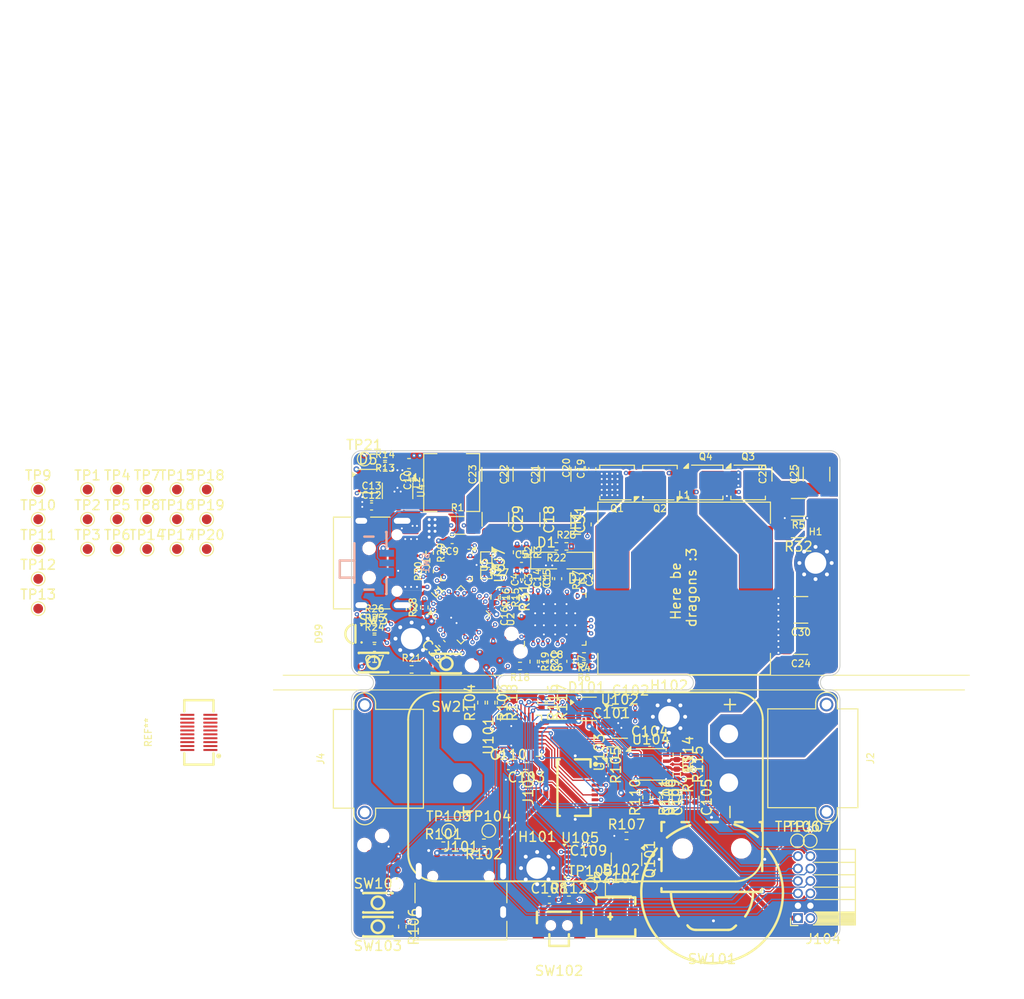
<source format=kicad_pcb>
(kicad_pcb (version 20240108) (generator "pcbnew") (generator_version "8.0")
  (layers (0 "F.Cu" signal) (1 "In1.Cu" signal) (2 "In2.Cu" signal) (3 "In3.Cu" signal) (4 "In4.Cu" signal) (5 "In5.Cu" signal) (6 "In6.Cu" signal) (31 "B.Cu" signal) (34 "B.Paste" user) (35 "F.Paste" user) (36 "B.SilkS" user "B.Silkscreen") (37 "F.SilkS" user "F.Silkscreen") (38 "B.Mask" user) (39 "F.Mask" user) (44 "Edge.Cuts" user))
  (net 0 "")
  (net 1 "GND")
  (net 2 "Net-(U4-CB)")
  (net 3 "Net-(U4-SW)")
  (net 4 "VBUS")
  (net 5 "RESET")
  (net 6 "D+")
  (net 8 "D-")
  (net 10 "+5V")
  (net 11 "SWDIO")
  (net 12 "SWCLK")
  (net 14 "CAP_VIN")
  (net 15 "CAP_VOUT")
  (net 16 "CC1")
  (net 17 "CC2")
  (net 18 "VCONN1_EN")
  (net 19 "VCONN2_EN")
  (net 20 "Net-(U4-FB)")
  (net 21 "DCDC_SCL")
  (net 22 "DCDC_SDA")
  (net 23 "Net-(R21-Pad2)")
  (net 24 "NTC")
  (net 26 "DCDC_EN")
  (net 27 "DCDC_INT")
  (net 28 "VOUT")
  (net 29 "DRV_SUP")
  (net 30 "Net-(U2-ACOV)")
  (net 31 "Net-(U2-STAT)")
  (net 32 "REGN")
  (net 33 "Net-(U2-~{PG}{slash}STAT3)")
  (net 34 "Net-(U2-ACUV)")
  (net 35 "Net-(D99-BK)")
  (net 36 "Net-(D99-GK)")
  (net 37 "Net-(D99-RK)")
  (net 38 "LED_R")
  (net 39 "LED_G")
  (net 40 "LED_B")
  (net 41 "SW")
  (net 42 "Net-(R27-Pad2)")
  (net 43 "Net-(U5-VBIAS)")
  (net 44 "CC_FLT")
  (net 45 "Net-(U5-RPD_G1)")
  (net 46 "Net-(U5-RPD_G2)")
  (net 50 "/C_CC1")
  (net 51 "/C_CC2")
  (net 52 "/C_D+")
  (net 53 "/C_D-")
  (net 54 "FSW_SYNC")
  (net 60 "/BUCK_VIN")
  (net 61 "+3V3")
  (net 62 "UI_VBUS")
  (net 63 "Net-(J101-CC2)")
  (net 65 "Net-(J101-CC1)")
  (net 67 "UI_RESET")
  (net 68 "UI_SWCLK")
  (net 69 "UI_SWDIO")
  (net 71 "Net-(U101-PB11)")
  (net 72 "DISP_Data")
  (net 73 "DISP_CS")
  (net 74 "DISP_LED_EN")
  (net 75 "Net-(BZ101--)")
  (net 76 "DISP_CLK")
  (net 78 "Net-(U103-OUT)")
  (net 79 "Net-(J102-Pin_1)")
  (net 80 "DISP_RESET")
  (net 81 "DISP_DC")
  (net 82 "ENC_BTN")
  (net 83 "BTN_BACK")
  (net 84 "Net-(R106-Pad2)")
  (net 85 "UI_VIN")
  (net 86 "UI_D-")
  (net 87 "UI_D+")
  (net 88 "ENC_A")
  (net 89 "ENC_B")
  (net 90 "RS485_A")
  (net 91 "RS485_B")
  (net 92 "RS485_DERE")
  (net 93 "RS485_DI")
  (net 94 "RS485_RO")
  (net 95 "UI_SDA")
  (net 96 "UI_SCL")
  (net 97 "TX")
  (net 98 "RX")
  (net 99 "Net-(U101-PB10)")
  (net 108 "BUZZER")
  (net 109 "/DCDC Converter/SW1")
  (net 110 "/DCDC Converter/BTST1")
  (net 111 "/DCDC Converter/BTST2")
  (net 112 "/DCDC Converter/SW2")
  (net 113 "/DCDC Converter/ACP")
  (net 114 "/DCDC Converter/ACN")
  (net 115 "/DCDC Converter/SRP")
  (net 116 "/DCDC Converter/SRN")
  (net 117 "UI_PC15")
  (net 118 "UI_PC14")
  (net 119 "/DCDC Converter/HIDRV1")
  (net 120 "/DCDC Converter/LODRV1")
  (net 121 "/DCDC Converter/HIDRV2")
  (net 122 "/DCDC Converter/LODRV2")
  (net 123 "/DCDC Converter/MODE")
  (net 124 "/DCDC Converter/IOUT")
  (net 125 "/DCDC Converter/IIN")
  (net 126 "PA4")
  (net 127 "PA3")
  (net 128 "PA5")
  (net 129 "PA7")
  (net 130 "PA6")
  (net 131 "UI_PB12")
  (net 132 "UI_PC0")
  (footprint "LCSC:SW-SMD_4P-L3.0-W2.0-P0.85-LS3.5" (layer "F.Cu") (at 103.1 126.45)
    (property "Reference" "SW104")
    (property "Value" "Boot")
  )
  (footprint "Capacitor_SMD:C_0402_1005Metric" (layer "F.Cu") (at 121.4 98.75 180)
    (property "Reference" "C6")
    (property "Value" "100n 100V")
  )
  (footprint "TestPoint:TestPoint_Pad_D1.0mm" (layer "F.Cu") (at 101.7 78.55)
    (property "Reference" "TP21")
    (property "Value" "TestPoint")
  )
  (footprint "Resistor_SMD:R_0402_1005Metric" (layer "F.Cu") (at 128.55 117.15)
    (property "Reference" "R107")
    (property "Value" "10k")
  )
  (footprint "Resistor_SMD:R_0402_1005Metric" (layer "F.Cu") (at 126.3 109.9 -90)
    (property "Reference" "R105")
    (property "Value" "10")
  )
  (footprint "Capacitor_SMD:C_0402_1005Metric" (layer "F.Cu") (at 132.6 113.2 -90)
    (property "Reference" "C107")
    (property "Value" "100n")
  )
  (footprint "Package_BGA:Texas_PicoStar_BGA-4_0.758x0.758mm_Layout2x2_P0.4mm" (layer "F.Cu") (at 114.2 88.6375 -90)
    (property "Reference" "U7")
    (property "Value" "TPS22915CYFPR")
  )
  (footprint "Resistor_SMD:R_0402_1005Metric" (layer "F.Cu") (at 120 99.3 -90)
    (property "Reference" "R20")
    (property "Value" "0")
  )
  (footprint "Connector_USB:USB_C_Receptacle_HRO_TYPE-C-31-M-12" (layer "F.Cu") (at 102.45 89.2 -90)
    (property "Reference" "J1")
    (property "Value" "USB_C_Receptacle_USB2.0_16P")
  )
  (footprint "Capacitor_SMD:C_0402_1005Metric" (layer "F.Cu") (at 121.55 90.81 90)
    (property "Reference" "C15")
    (property "Value" "4u7 25V")
  )
  (footprint "Paw-Connect:Paw-Connect_RevB_TC2030-IDC-NL_2x03_P1.27mm_Vertical" (layer "F.Cu") (at 115.22 98.07 180)
    (property "Reference" "J3" (hide yes))
    (property "Value" "TC2030")
  )
  (footprint "Package_DFN_QFN:WQFN-20-1EP_3x3mm_P0.4mm_EP1.7x1.7mm" (layer "F.Cu") (at 111.15 89.4 -90)
    (property "Reference" "U5")
    (property "Value" "TPD4S480RUKR")
  )
  (footprint "Capacitor_SMD:C_1210_3225Metric" (layer "F.Cu") (at 121.5 80.125 90)
    (property "Reference" "C21")
    (property "Value" "10u 100V")
  )
  (footprint "Capacitor_SMD:C_0603_1608Metric" (layer "F.Cu") (at 106.28 79.0125 180)
    (property "Reference" "C11")
    (property "Value" "22u")
  )
  (footprint "Package_DFN_QFN:QFN-28-1EP_4x4mm_P0.4mm_EP2.6x2.6mm" (layer "F.Cu") (at 117.75 106.9 90)
    (property "Reference" "U101")
    (property "Value" "CH32X035G8U6")
  )
  (footprint "TestPoint:TestPoint_Pad_D1.0mm" (layer "F.Cu") (at 68.325 84.725)
    (property "Reference" "TP10")
    (property "Value" "ACOV")
  )
  (footprint "Capacitor_SMD:C_1210_3225Metric" (layer "F.Cu") (at 146.4 97.2 180)
    (property "Reference" "C24")
    (property "Value" "10u 100V")
  )
  (footprint "Package_LGA:LGA-16_3x3mm_P0.5mm_LayoutBorder3x5y" (layer "F.Cu") (at 123.8 119.8)
    (property "Reference" "U105")
    (property "Value" "LIS3DH")
  )
  (footprint "Resistor_SMD:R_0402_1005Metric" (layer "F.Cu") (at 122.4 87.5)
    (property "Reference" "R23")
    (property "Value" "0")
  )
  (footprint "Capacitor_SMD:C_0402_1005Metric" (layer "F.Cu") (at 117.2 94.63 90)
    (property "Reference" "C16")
    (property "Value" "1u 100V")
  )
  (footprint "TestPoint:TestPoint_Pad_D1.0mm" (layer "F.Cu") (at 85.575 84.725)
    (property "Reference" "TP19")
    (property "Value" "TestPoint")
  )
  (footprint "TestPoint:TestPoint_Pad_D1.0mm" (layer "F.Cu") (at 82.525 84.725)
    (property "Reference" "TP16")
    (property "Value" "TestPoint")
  )
  (footprint "Resistor_SMD:R_0402_1005Metric" (layer "F.Cu") (at 133.7 110.825 -90)
    (property "Reference" "R113")
    (property "Value" "680")
  )
  (footprint "Resistor_SMD:R_0402_1005Metric" (layer "F.Cu") (at 119.05 99.3 -90)
    (property "Reference" "R19")
    (property "Value" "0")
  )
  (footprint "TestPoint:TestPoint_Pad_D1.0mm" (layer "F.Cu") (at 85.575 87.775)
    (property "Reference" "TP20")
    (property "Value" "TestPoint")
  )
  (footprint "Resistor_SMD:R_0402_1005Metric" (layer "F.Cu") (at 133.7 108.825 -90)
    (property "Reference" "R114")
    (property "Value" "680")
  )
  (footprint "Resistor_SMD:R_0402_1005Metric" (layer "F.Cu") (at 118.3 88.1 -90)
    (property "Reference" "R3")
    (property "Value" "10")
  )
  (footprint "Package_SON:HUSON-3-1EP_2x2mm_P1.3mm_EP1.1x1.6mm" (layer "F.Cu") (at 102.085608 80.8125)
    (property "Reference" "D5")
    (property "Value" "PMEG6010CPA")
  )
  (footprint "Resistor_SMD:R_0402_1005Metric" (layer "F.Cu") (at 108.4 90.05 90)
    (property "Reference" "R30")
    (property "Value" "0")
  )
  (footprint "Resistor_SMD:R_0402_1005Metric" (layer "F.Cu") (at 134.6 113.2 90)
    (property "Reference" "R109")
    (property "Value" "10k")
  )
  (footprint "Capacitor_SMD:C_0402_1005Metric" (layer "F.Cu") (at 130.9275 107.6225)
    (property "Reference" "C104")
    (property "Value" "1u")
  )
  (footprint "Capacitor_SMD:C_0402_1005Metric" (layer "F.Cu") (at 102.45 82.4625)
    (property "Reference" "C13")
    (property "Value" "4u7 100V")
  )
  (footprint "Resistor_SMD:R_0402_1005Metric" (layer "F.Cu") (at 113.95 117.85 180)
    (property "Reference" "R102")
    (property "Value" "5k1")
  )
  (footprint "Capacitor_SMD:C_0402_1005Metric" (layer "F.Cu") (at 128.96 103.4225)
    (property "Reference" "C102")
    (property "Value" "1u 25V")
  )
  (footprint "Resistor_SMD:R_1206_3216Metric" (layer "F.Cu") (at 146.15 85.7 180)
    (property "Reference" "R32")
    (property "Value" "10m")
  )
  (footprint "Inductor_SMD:L_Chilisin_BMRF00171770" (layer "F.Cu") (at 134.45 91.8)
    (property "Reference" "L1")
    (property "Value" "3.3uH 4-5mOhm")
  )
  (footprint "Resistor_SMD:R_0402_1005Metric" (layer "F.Cu") (at 133.6 113.2 90)
    (property "Reference" "R111")
    (property "Value" "10k")
  )
  (footprint "Resistor_SMD:R_0402_1005Metric" (layer "F.Cu") (at 117.65 99.75 180)
    (property "Reference" "R18")
    (property "Value" "51k")
  )
  (footprint "Capacitor_SMD:C_0603_1608Metric" (layer "F.Cu") (at 123.825 79.45 90)
    (property "Reference" "C20")
    (property "Value" "1u 100V")
  )
  (footprint "Capacitor_SMD:C_0402_1005Metric" (layer "F.Cu") (at 109.65 97.45 135)
    (property "Reference" "C32")
    (property "Value" "1u")
  )
  (footprint "Resistor_SMD:R_0402_1005Metric" (layer "F.Cu") (at 103.83 79.2625)
    (property "Reference" "R14")
    (property "Value" "10k")
  )
  (footprint "TestPoint:TestPoint_Pad_D1.0mm" (layer "F.Cu") (at 79.475 87.775)
    (property "Reference" "TP14")
    (property "Value" "TestPoint")
  )
  (footprint "TestPoint:TestPoint_Pad_D1.0mm" (layer "F.Cu") (at 124.85 122.2)
    (property "Reference" "TP105")
    (property "Value" "TestPoint")
  )
  (footprint "Connector_PinSocket_1.27mm:PinSocket_2x06_P1.27mm_Horizontal" (layer "F.Cu") (at 146.1 125.575 180)
    (property "Reference" "J104")
    (property "Value" "Expansion")
  )
  (footprint "Capacitor_SMD:C_1210_3225Metric" (layer "F.Cu") (at 115.1 80.125 90)
    (property "Reference" "C23")
    (property "Value" "10u 100V")
  )
  (footprint "Paw-Connect:Paw-Connect_RevB_TC2030-IDC-NL_2x03_P1.27mm_Vertical" (layer "F.Cu") (at 103.34 119.63 -90)
    (property "Reference" "J103" (hide yes))
    (property "Value" "TC2030")
  )
  (footprint "TestPoint:TestPoint_Pad_D1.0mm" (layer "F.Cu") (at 85.575 81.675)
    (property "Reference" "TP18")
    (property "Value" "TestPoint")
  )
  (footprint "TestPoint:TestPoint_Pad_D1.0mm" (layer "F.Cu") (at 76.425 84.725)
    (property "Reference" "TP5")
    (property "Value" "TestPoint")
  )
  (footprint "Connector_AMASS:AMASS_XT30PW-M_1x02_P2.50mm_Horizontal" (layer "F.Cu") (at 111.75 106.75 90)
    (property "Reference" "J4")
    (property "Value" "VIN")
  )
  (footprint "LCSC:SW-SMD_4P-L3.0-W2.0-P0.85-LS3.5" (layer "F.Cu") (at 102.65 99.4)
    (property "Reference" "SW3")
    (property "Value" "Reset")
  )
  (footprint "Resistor_SMD:R_0402_1005Metric" (layer "F.Cu") (at 114.7 103.5 -90)
    (property "Reference" "R103")
    (property "Value" "5k1")
  )
  (footprint "Resistor_SMD:R_0402_1005Metric" (layer "F.Cu") (at 119.85 103.5 -90)
    (property "Reference" "R116")
    (property "Value" "5k1")
  )
  (footprint "Resistor_SMD:R_0402_1005Metric" (layer "F.Cu") (at 115.5 91.35)
    (property "Reference" "R27")
    (property "Value" "5k1")
  )
  (footprint "Resistor_SMD:R_0402_1005Metric" (layer "F.Cu") (at 107.85 93.75 90)
    (property "Reference" "R28")
    (property "Value" "10k")
  )
  (footprint "Capacitor_SMD:C_1210_3225Metric" (layer "F.Cu") (at 118.325 84.75 -90)
    (property "Reference" "C18")
    (property "Value" "10u 100V")
  )
  (footprint "Resistor_SMD:R_0402_1005Metric" (layer "F.Cu") (at 122.65 123.7)
    (property "Reference" "R112")
    (property "Value" "10k")
  )
  (footprint "TestPoint:TestPoint_Pad_D1.0mm" (layer "F.Cu") (at 68.325 90.825)
    (property "Reference" "TP12")
    (property "Value" "STAT")
  )
  (footprint "Resistor_SMD:R_0402_1005Metric" (layer "F.Cu") (at 115.05 92.75 -90)
    (property "Reference" "R16")
    (property "Value" "5k1")
  )
  (footprint "Resistor_SMD:R_0402_1005Metric" (layer "F.Cu") (at 116.95 92.75 -90)
    (property "Reference" "R31")
    (property "Value" "10k")
  )
  (footprint "MountingHole:MountingHole_2.2mm_M2_Pad_Via" (layer "F.Cu") (at 119.4 120.45)
    (property "Reference" "H101")
    (property "Value" "GND")
  )
  (footprint "Resistor_SMD:R_0402_1005Metric" (layer "F.Cu") (at 124.2 99.77 180)
    (property "Reference" "R6")
    (property "Value" "10")
  )
  (footprint "Capacitor_SMD:C_1210_3225Metric" (layer "F.Cu") (at 121.5 84.75 -90)
    (property "Reference" "C31")
    (property "Value" "10u 100V")
  )
  (footprint "Capacitor_SMD:C_0402_1005Metric" (layer "F.Cu") (at 116.45 110)
    (property "Reference" "C110")
    (property "Value" "1u")
  )
  (footprint "Capacitor_SMD:C_0402_1005Metric" (layer "F.Cu") (at 102.45 83.4125)
    (property "Reference" "C12")
    (property "Value" "100n 100V")
  )
  (footprint "Resistor_SMD:R_0402_1005Metric" (layer "F.Cu") (at 120.8 103.5 -90)
    (property "Reference" "R117")
    (property "Value" "5k1")
  )
  (footprint "Resistor_SMD:R_0402_1005Metric" (layer "F.Cu") (at 102.75 95.05)
    (property "Reference" "R26")
    (property "Value" "5k1")
  )
  (footprint "Diode_SMD:D_SOD-323" (layer "F.Cu") (at 123.5 88.95 180)
    (property "Reference" "D2")
    (property "Value" "B110WS")
  )
  (footprint "Package_BGA:Texas_PicoStar_BGA-4_0.758x0.758mm_Layout2x2_P0.4mm" (layer "F.Cu") (at 127.15 108.6 90)
    (property "Reference" "U103")
    (property "Value" "TPS22915CYFPR")
  )
  (footprint "Capacitor_SMD:C_1210_3225Metric" (layer "F.Cu") (at 118.3 80.125 90)
    (property "Reference" "C22")
    (property "Value" "10u 100V")
  )
  (footprint "TestPoint:TestPoint_Pad_D1.0mm" (layer "F.Cu") (at 76.425 87.775)
    (property "Reference" "TP6")
    (property "Value" "TestPoint")
  )
  (footprint "Package_BGA:Texas_PicoStar_BGA-4_0.758x0.758mm_Layout2x2_P0.4mm" (layer "F.Cu") (at 114.2 90.225 -90)
    (property "Reference" "U6")
    (property "Value" "TPS22915CYFPR")
  )
  (footprint "Resistor_SMD:R_0402_1005Metric" (layer "F.Cu") (at 102.75 96.95)
    (property "Reference" "R24")
    (property "Value" "5k1")
  )
  (footprint "Capacitor_SMD:C_1210_3225Metric" (layer "F.Cu") (at 148 80.1 90)
    (property "Reference" "C25")
    (property "Value" "10u 100V")
  )
  (footprint "Resistor_SMD:R_0402_1005Metric" (layer "F.Cu") (at 124.2 98.77 180)
    (property "Reference" "R4")
    (property "Value" "10")
  )
  (footprint "MountingHole:MountingHole_2.2mm_M2_Pad_Via" (layer "F.Cu") (at 147.9 89.2)
    (property "Reference" "H1")
    (property "Value" "VOUT")
  )
  (footprint "Resistor_SMD:R_0402_1005Metric" (layer "F.Cu") (at 102.75 96)
    (property "Reference" "R25")
    (property "Value" "5k1")
  )
  (footprint "Package_SON:Diodes_PowerDI3333-8" (layer "F.Cu") (at 131.97 80.965 180)
    (property "Reference" "Q2")
    (property "Value" "100V 50A")
  )
  (footprint "Capacitor_SMD:C_0402_1005Metric" (layer "F.Cu") (at 117.8 89.5)
    (property "Reference" "C5")
    (property "Value" "470n")
  )
  (footprint "TestPoint:TestPoint_Pad_D1.0mm" (layer "F.Cu") (at 73.375 84.725)
    (property "Reference" "TP2")
    (property "Value" "TestPoint")
  )
  (footprint "Package_TO_SOT_SMD:SOT-23-6" (layer "F.Cu") (at 105.1125 81.8125 -90)
    (property "Reference" "U4")
    (property "Value" "LMR51610XDBVR")
  )
  (footprint "LCSC:SW-SMD_TS24CA" (layer "F.Cu") (at 121.65 126 180)
    (property "Reference" "SW102")
    (property "Value" "SW_Back")
  )
  (footprint "Capacitor_SMD:C_1210_3225Metric" (layer "F.Cu") (at 144.8 80.1 90)
    (property "Reference" "C26")
    (property "Value" "10u 100V")
  )
  (footprint "LeoDJ-kicad:SW-SMD_SIQ-02FVS3_1" (layer "F.Cu") (at 137.3 120.5 180)
    (property "Reference" "SW101")
    (property "Value" "SIQ-02FVS3")
  )
  (footprint "Capacitor_SMD:C_0402_1005Metric" (layer "F.Cu") (at 120.6 90.785 90)
    (property "Reference" "C14")
    (property "Value" "4u7u 25V")
  )
  (footprint "Capacitor_SMD:C_0402_1005Metric" (layer "F.Cu") (at 102.75 97.9 180)
    (property "Reference" "C17")
    (property "Value" "100n")
  )
  (footprint "Package_TO_SOT_SMD:SOT-23-5" (layer "F.Cu") (at 127.85 105.5875)
    (property "Reference" "U102")
    (property "Value" "AP2112K-3.3")
  )
  (footprint "TestPoint:TestPoint_Pad_D1.0mm" (layer "F.Cu") (at 73.375 81.675)
    (property "Reference" "TP1")
    (property "Value" "TestPoint")
  )
  (footprint "Inductor_SMD:L_Sunlord_MWSA0503S" (layer "F.Cu") (at 110.65 80.9625 90)
    (property "Reference" "L2")
    (property "Value" "22uH <250mOhm")
  )
  (footprint "Resistor_SMD:R_0402_1005Metric" (layer "F.Cu") (at 109.8 118.15)
    (property "Reference" "R101")
    (property "Value" "5k1")
  )
  (footprint "Capacitor_SMD:C_0402_1005Metric" (layer "F.Cu") (at 122.8 99.27 -90)
    (property "Reference" "C7")
    (property "Value" "470n")
  )
  (footprint "Resistor_SMD:R_0402_1005Metric" (layer "F.Cu") (at 124.6 90.95 90)
    (property "Reference" "R17")
    (property "Value" "0")
  )
  (footprint "Resistor_SMD:R_0402_1005Metric" (layer "F.Cu") (at 130.6 113.2 90)
    (property "Reference" "R110")
    (property "Value" "10k")
  )
  (footprint "Resistor_SMD:R_0402_1005Metric" (layer "F.Cu") (at 134.7 109.825 -90)
    (property "Reference" "R115")
    (property "Value" "120")
  )
  (footprint "LCSC:BUZ-SMD_L4.0-W4.0-P3.50-L" (layer "F.Cu") (at 127.45 125.45)
    (property "Reference" "BZ101")
    (property "Value" "Buzzer")
  )
  (footprint "Capacitor_SMD:C_0402_1005Metric" (layer "F.Cu") (at 123.6 90.95 -90)
    (property "Reference" "C2")
    (property "Value" "100n")
  )
  (footprint "Capacitor_SMD:C_1210_3225Metric" (layer "F.Cu") (at 146.4 94 180)
    (property "Reference" "C30")
    (property "Value" "10u 100V")
  )
  (footprint "Capacitor_SMD:C_0402_1005Metric" (layer "F.Cu") (at 121.4 99.75)
    (property "Reference" "C8")
    (property "Value" "100n 100V")
  )
  (footprint "TestPoint:TestPoint_Pad_D1.0mm" (layer "F.Cu") (at 68.325 81.675)
    (property "Reference" "TP9")
    (property "Value" "ACUV")
  )
  (footprint "Resistor_SMD:R_0402_1005Metric" (layer "F.Cu") (at 108.4 88.15 -90)
    (property "Reference" "R29")
    (property "Value" "0")
  )
  (footprint "Capacitor_SMD:C_0402_1005Metric" (layer "F.Cu") (at 117.35 90.9 -90)
    (property "Reference" "C3")
    (property "Value" "100n 100V")
  )
  (footprint "LCSC:SW-SMD_4P-L3.0-W2.0-P0.85-LS3.5" (layer "F.Cu") (at 110.1 99.5 180)
    (property "Reference" "SW2")
    (property "Value" "Boot")
  )
  (footprint "TestPoint:TestPoint_Pad_D1.0mm" (layer "F.Cu") (at 79.475 81.675)
    (property "Reference" "TP7")
    (property "Value" "TestPoint")
  )
  (footprint "Diode_SMD:D_SOD-323" (layer "F.Cu") (at 128 122.45)
    (property "Reference" "D102")
    (property "Value" "B110WS")
  )
  (footprint "Resistor_SMD:R_0402_1005Metric" (layer "F.Cu") (at 106.55 100.1)
    (property "Reference" "R21")
    (property "Value" "5k1")
  )
  (footprint "Capacitor_SMD:C_0402_1005Metric" (layer "F.Cu") (at 131.6 113.2 -90)
    (property "Reference" "C106")
    (property "Value" "100n")
  )
  (footprint "Resistor_SMD:R_0402_1005Metric" (layer "F.Cu") (at 115.7 103.5 -90)
    (property "Reference" "R118")
    (property "Value" "5k1")
  )
  (footprint "TestPoint:TestPoint_Pad_D1.0mm" (layer "F.Cu") (at 82.525 81.675)
    (property "Reference" "TP15")
    (property "Value" "TestPoint")
  )
  (footprint "Capacitor_SMD:C_0402_1005Metric" (layer "F.Cu") (at 110.7 86.85 180)
    (property "Reference" "C9")
    (property "Value" "100n 100V")
  )
  (footprint "TestPoint:TestPoint_Pad_D1.0mm" (layer "F.Cu") (at 68.325 93.875)
    (property "Reference" "TP13")
    (property "Value" "FSW_SYNC")
  )
  (footprint "Diode_SMD:D_SOD-323" (layer "F.Cu") (at 120.35 88.95)
    (property "Reference" "D1")
    (property "Value" "B110WS")
  )
  (footprint "TestPoint:TestPoint_Pad_D1.0mm" (layer "F.Cu") (at 114.45 116.6)
    (property "Reference" "TP104")
    (property "Value" "D+")
  )
  (footprint "LCSC:SW-SMD_4P-L3.0-W2.0-P0.85-LS3.5" (layer "F.Cu") (at 103.1 124 180)
    (property "Reference" "SW103")
    (property "Value" "Reset")
  )
  (footprint "Capacitor_SMD:C_0402_1005Metric" (layer "F.Cu") (at 124.65 117.5 180)
    (property "Reference" "C109")
    (property "Value" "1u")
  )
  (footprint "Resistor_SMD:R_0402_1005Metric" (layer "F.Cu") (at 124.55 85.25 90)
    (property "Reference" "TH1")
    (property "Value" "10k")
  )
  (footprint "TestPoint:TestPoint_Pad_D1.0mm" (layer "F.Cu") (at 82.525 87.775)
    (property "Reference" "TP17")
    (property "Value" "TestPoint")
  )
  (footprint "TestPoint:TestPoint_Pad_D1.0mm" (layer "F.Cu") (at 79.475 84.725)
    (property "Reference" "TP8")
    (property "Value" "TestPoint")
  )
  (footprint "Resistor_SMD:R_1206_3216Metric" (layer "F.Cu") (at 146.15 83.5 180)
    (property "Reference" "R5")
    (property "Value" "10m")
  )
  (footprint "Capacitor_SMD:C_0402_1005Metric" (layer "F.Cu") (at 125.05 79.55 90)
    (property "Reference" "C19")
    (property "Value" "100n 100V")
  )
  (footprint "TestPoint:TestPoint_Pad_D1.0mm" (layer "F.Cu") (at 68.325 87.775)
    (property "Reference" "TP11")
    (property "Value" "PG")
  )
  (footprint "Package_SON:Diodes_PowerDI3333-8" (layer "F.Cu") (at 136.65 80.95)
    (property "Reference" "Q4")
    (property "Value" "100V 50A")
  )
  (footprint "TestPoint:TestPoint_Pad_D1.0mm" (layer "F.Cu") (at 147.35 117.65)
    (property "Reference" "TP107")
    (property "Value" "PB12")
  )
  (footprint "Capacitor_SMD:C_0402_1005Metric" (layer "F.Cu") (at 118.3 110 180)
    (property "Reference" "C103")
    (property "Value" "100n")
  )
  (footprint "Package_TO_SOT_SMD:SOT-23" (layer "F.Cu") (at 128.55 119.55 -90)
    (property "Reference" "Q101")
    (property "Value" "AO3400A")
  )
  (footprint "Resistor_SMD:R_0402_1005Metric" (layer "F.Cu") (at 105.6 126.45 -90)
    (property "Reference" "R106")
    (property "Value" "5k1")
  )
  (footprint "Resistor_SMD:R_0402_1005Metric" (layer "F.Cu") (at 113.7 103.5 90)
    (property "Reference" "R104")
    (property "Value" "10k")
  )
  (footprint "LCSC:FPC-SMD_8P-P0.50_HCTL_HC-FPC-05-10-8RLTAG" (layer "F.Cu") (at 123.9 112.2 90)
    (property "Reference" "J102")
    (property "Value" "ST7789 LCD")
  )
  (footprint "TestPoint:TestPoint_Pad_D1.0mm" (layer "F.Cu") (at 146.05 117.65)
    (property "Reference" "TP106")
    (property "Value" "PC0")
  )
  (footprint "Capacitor_SMD:C_0402_1005Metric" (layer "F.Cu") (at 127.01 103.4225 180)
    (property "Reference" "C101")
    (property "Value" "1u 25V")
  )
  (footprint "TestPoint:TestPoint_Pad_D1.0mm" (layer "F.Cu") (at 110.35 116.6)
    (property "Reference" "TP103")
    (property "Value" "D-")
  )
  (footprint "Capacitor_SMD:C_0402_1005Metric" (layer "F.Cu") (at 118.3 90.9 90)
    (property "Reference" "C4")
    (property "Value" "100n 100V")
  )
  (footprint "LCSC:CONN-SMD_DF40HC-3.5-20DS-0.4V-51" (layer "F.Cu") (at 84.77 106.55 90)
    (property "Reference" "REF**")
    (property "Value" "CONN-SMD_DF40HC-3.5-20DS-0.4V-51")
  )
  (footprint "Resistor_SMD:R_0402_1005Metric" (layer "F.Cu") (at 103.83 78.3125 180)
    (property "Reference" "R13")
    (property "Value" "47k")
  )
  (footprint "Capacitor_SMD:C_0402_1005Metric" (layer "F.Cu") (at 119.25 90.85 -90)
    (property "Reference" "C1")
    (property "Value" "100n")
  )
  (footprint "Package_SON:Diodes_PowerDI3333-8" (layer "F.Cu") (at 141 80.95)
    (property "Reference" "Q3")
    (property "Value" "100V 50A")
  )
  (footprint "MountingHole:MountingHole_2.2mm_M2_Pad_Via" (layer "F.Cu") (at 106.55 96.95)
    (property "Reference" "H2")
    (property "Value" "GND")
  )
  (footprint "Resistor_SMD:R_0402_1005Metric" (layer "F.Cu") (at 116 92.75 -90)
    (property "Reference" "R15")
    (property "Value" "5k1")
  )
  (footprint "Connector_AMASS:AMASS_XT30PW-M_1x02_P2.50mm_Horizontal" (layer "F.Cu") (at 139.025 111.7 -90)
    (property "Reference" "J2")
    (property "Value" "VOUT")
  )
  (footprint "Resistor_SMD:R_0402_1005Metric" (layer "F.Cu") (at 121.375 87.5 180)
    (property "Reference" "R22")
    (property "Value" "0")
  )
  (footprint "Capacitor_SMD:C_0402_1005Metric" (layer "F.Cu") (at 120.65 123.7)
    (property "Reference" "C108")
    (property "Value" "100n")
  )
  (footprint "Connector_USB:USB_C_Receptacle_HRO_TYPE-C-31-M-12" (layer "F.Cu") (at 111.6 123.9)
    (property "Reference" "J101")
    (property "Value" "USB_C_Receptacle_USB2.0_16P")
  )
  (footprint "Package_DFN_QFN:DFN-8-1EP_3x3mm_P0.65mm_EP1.55x2.4mm" (layer "F.Cu") (at 131.05 109.825)
    (property "Reference" "U104")
    (property "Value" "SIT3088ETK")
  )
  (footprint "LCSC:LED-ARRAY-SMD_MHS110FRGBCT" (layer "F.Cu") (at 101.25 96.45 90)
    (property "Reference" "D99")
    (property "Value" "LED_ABGR")
  )
  (footprint "LeoDJ-kicad:Texas_RRV0036A_VQFN-36-1EP_5x6mm_P0.5mm_EP3.6x4.6mm_ThermalVias" (layer "F.Cu") (at 121.25 94.965 90)
    (property "Reference" "U2")
    (property "Value" "BQ25758A")
  )
  (footprint "Resistor_SMD:R_1206_3216Metric" (layer "F.Cu") (at 111.25 85.35)
    (property "Reference" "R1")
    (property "Value" "5m")
  )
  (footprint "Resistor_SMD:R_0402_1005Metric" (layer "F.Cu") (at 117.35 88.1 -90)
    (property "Reference" "R2")
    (property "Value" "10")
  )
  (footprint "TestPoint:TestPoint_Pad_D1.0mm" (layer "F.Cu") (at 73.375 87.775)
    (property "Reference" "TP3")
    (property "Value" "TestPoint")
  )
  (footprint "Capacitor_SMD:C_0402_1005Metric" (layer "F.Cu") (at 135.6 113.2 -90)
    (property "Reference" "C105")
    (property "Value" "100n")
  )
  (footprint "Capacitor_SMD:C_0402_1005Metric" (layer "F.Cu") (at 107.3 80.7125 90)
    (property "Reference" "C10")
    (property "Value" "100n")
  )
  (footprint "Package_SON:Diodes_PowerDI3333-8" (layer "F.Cu") (at 127.5825 80.9575 180)
    (property "Reference" "Q1")
    (property "Value" "100V 50A")
  )
  (footprint "TestPoint:TestPoint_Pad_D1.0mm" (layer "F.Cu") (at 76.425 81.675)
    (property "Reference" "TP4")
    (property "Value" "TestPoint")
  )
  (footprint "Package_SON:HUSON-3-1EP_2x2mm_P1.3mm_EP1.1x1.6mm" (layer "F.Cu") (at 124.46 104.1425)
    (property "Reference" "D101")
    (property "Value" "PMEG6010CPA")
  )
  (footprint "Package_DFN_QFN:QFN-28-1EP_4x4mm_P0.4mm_EP2.6x2.6mm" (layer "F.Cu") (at 111.6 94.5 45)
    (property "Reference" "U1")
    (property "Value" "CH32X035G8U6")
  )
  (footprint "MountingHole:MountingHole_2.2mm_M2_Pad_Via" (layer "F.Cu") (at 132.9 104.95)
    (property "Reference" "H102")
    (property "Value" "GND")
  )
  (footprint "Capacitor_SMD:C_1210_3225Metric" (layer "F.Cu") (at 115.125 84.725 -90)
    (property "Reference" "C29")
    (property "Value" "10u 100V")
  )
  (footprint "LCSC:SW-SMD_MSK12CO2" (layer "B.Cu") (at 102.55 89.2 90)
    (property "Reference" "SW1")
    (property "Value" "SW_Reverse")
  )
  (gr_arc (start 109 121.8) (mid 107.020101 120.979899) (end 106.2 119) (stroke (width 0.2)) (layer "F.SilkS"))
  (gr_line (start 139.7 121.8) (end 109 121.8) (stroke (width 0.2)) (layer "F.SilkS"))
  (gr_arc (start 142.5 119) (mid 141.679899 120.979899) (end 139.7 121.8) (stroke (width 0.2)) (layer "F.SilkS"))
  (gr_arc (start 106.2 105.25) (mid 107.020101 103.270101) (end 109 102.45) (stroke (width 0.2)) (layer "F.SilkS"))
  (gr_line (start 109 102.45) (end 139.7 102.45) (stroke (width 0.2)) (layer "F.SilkS"))
  (gr_line (start 163.15 102.2) (end 92.4 102.2) (stroke (width 0.1)) (layer "F.SilkS"))
  (gr_line (start 93.4 100.7) (end 163.65 100.7) (stroke (width 0.1)) (layer "F.SilkS"))
  (gr_line (start 142.5 105.25) (end 142.5 119) (stroke (width 0.2)) (layer "F.SilkS"))
  (gr_arc (start 139.7 102.45) (mid 141.679899 103.270101) (end 142.5 105.25) (stroke (width 0.2)) (layer "F.SilkS"))
  (gr_line (start 106.2 119) (end 106.2 105.25) (stroke (width 0.2)) (layer "F.SilkS"))
  (gr_arc (start 149.4 77.7) (mid 150.107107 77.992893) (end 150.4 78.7) (stroke (width 0.1)) (layer "Edge.Cuts"))
  (gr_arc (start 101.4 100.7) (mid 100.692893 100.407107) (end 100.4 99.7) (stroke (width 0.1)) (layer "Edge.Cuts"))
  (gr_line (start 100.4 126.7) (end 100.4 103.2) (stroke (width 0.1)) (layer "Edge.Cuts"))
  (gr_line (start 100.4 99.7) (end 100.4 78.7) (stroke (width 0.1)) (layer "Edge.Cuts"))
  (gr_line (start 150.4 78.7) (end 150.4 99.7) (stroke (width 0.1)) (layer "Edge.Cuts"))
  (gr_line (start 149.4 127.7) (end 101.4 127.7) (stroke (width 0.1)) (layer "Edge.Cuts"))
  (gr_arc (start 116.15 102.2) (mid 115.61967 101.98033) (end 115.4 101.45) (stroke (width 0.1)) (layer "Edge.Cuts"))
  (gr_line (start 134.65 102.2) (end 116.15 102.2) (stroke (width 0.1)) (layer "Edge.Cuts"))
  (gr_arc (start 115.4 101.45) (mid 115.61967 100.91967) (end 116.15 100.7) (stroke (width 0.1)) (layer "Edge.Cuts"))
  (gr_arc (start 149.15 102.2) (mid 148.4 101.45) (end 149.15 100.7) (stroke (width 0.1)) (layer "Edge.Cuts"))
  (gr_arc (start 150.4 126.7) (mid 150.107107 127.407107) (end 149.4 127.7) (stroke (width 0.1)) (layer "Edge.Cuts"))
  (gr_line (start 149.15 100.7) (end 149.4 100.7) (stroke (width 0.1)) (layer "Edge.Cuts"))
  (gr_line (start 150.4 103.2) (end 150.4 126.7) (stroke (width 0.1)) (layer "Edge.Cuts"))
  (gr_arc (start 135.4 101.45) (mid 135.18033 101.98033) (end 134.65 102.2) (stroke (width 0.1)) (layer "Edge.Cuts"))
  (gr_line (start 116.15 100.7) (end 134.65 100.7) (stroke (width 0.1)) (layer "Edge.Cuts"))
  (gr_arc (start 100.4 103.2) (mid 100.692893 102.492893) (end 101.4 102.2) (stroke (width 0.1)) (layer "Edge.Cuts"))
  (gr_arc (start 101.4 127.7) (mid 100.692893 127.407107) (end 100.4 126.7) (stroke (width 0.1)) (layer "Edge.Cuts"))
  (gr_arc (start 150.4 99.7) (mid 150.107107 100.407107) (end 149.4 100.7) (stroke (width 0.1)) (layer "Edge.Cuts"))
  (gr_line (start 101.4 77.7) (end 149.4 77.7) (stroke (width 0.1)) (layer "Edge.Cuts"))
  (gr_arc (start 100.4 78.7) (mid 100.692893 77.992893) (end 101.4 77.7) (stroke (width 0.1)) (layer "Edge.Cuts"))
  (gr_line (start 101.4 100.7) (end 101.9 100.7) (stroke (width 0.1)) (layer "Edge.Cuts"))
  (gr_line (start 101.9 102.2) (end 101.4 102.2) (stroke (width 0.1)) (layer "Edge.Cuts"))
  (gr_arc (start 134.65 100.7) (mid 135.18033 100.91967) (end 135.4 101.45) (stroke (width 0.1)) (layer "Edge.Cuts"))
  (gr_arc (start 149.4 102.2) (mid 150.107107 102.492893) (end 150.4 103.2) (stroke (width 0.1)) (layer "Edge.Cuts"))
  (gr_line (start 149.15 102.2) (end 149.4 102.2) (stroke (width 0.1)) (layer "Edge.Cuts"))
  (gr_arc (start 101.9 100.7) (mid 102.65 101.45) (end 101.9 102.2) (stroke (width 0.1)) (layer "Edge.Cuts"))
  (gr_text "Here be \ndragons :3" (at 134.4 91.7 90) (layer "F.SilkS") (effects (font (size 1 1))))
  (segment (start 134.39 108.315) (end 134.4 108.325) (width 0.254) (layer "F.Cu") (net 1))
  (segment (start 112.6125 89.4) (end 113.2 89.4) (width 0.127) (layer "F.Cu") (net 1))
  (segment (start 124.66 90.44) (end 124.8 90.3) (width 0.254) (layer "F.Cu") (net 1))
  (segment (start 132.1 112.72) (end 132.6 112.72) (width 0.254) (layer "F.Cu") (net 1))
  (segment (start 133.7 108.315) (end 134.39 108.315) (width 0.254) (layer "F.Cu") (net 1))
  (segment (start 124.6 90.44) (end 124.66 90.44) (width 0.254) (layer "F.Cu") (net 1))
  (segment (start 110.22 86.85) (end 109.35 86.85) (width 0.254) (layer "F.Cu") (net 1))
  (segment (start 131.6 112.72) (end 132.1 112.72) (width 0.254) (layer "F.Cu") (net 1))
  (segment (start 136.3 112.7) (end 136.28 112.72) (width 0.254) (layer "F.Cu") (net 1))
  (segment (start 125.31 110.95) (end 126.35 110.95) (width 0.254) (layer "F.Cu") (net 1))
  (segment (start 136.28 112.72) (end 135.6 112.72) (width 0.254) (layer "F.Cu") (net 1))
  (segment (start 126.35 110.95) (end 126.45 111.05) (width 0.254) (layer "F.Cu") (net 1))
  (segment (start 132.6 110.8) (end 132.6 111.325) (width 0.254) (layer "F.Cu") (net 1))
  (segment (start 109.35 86.85) (end 109.3 86.9) (width 0.254) (layer "F.Cu") (net 1))
  (via (at 142.7 119.55) (size 0.6) (drill 0.3) (layers "F.Cu" "B.Cu") (net 1))
  (via (at 127.7 105.6) (size 0.45) (drill 0.2) (layers "F.Cu" "B.Cu") (net 1))
  (via (at 109.3 86.9) (size 0.45) (drill 0.2) (layers "F.Cu" "B.Cu") (net 1))
  (via (at 105.1 81.5) (size 0.45) (drill 0.2) (layers "F.Cu" "B.Cu") (net 1))
  (via (at 105.430515 81.885548) (size 0.45) (drill 0.2) (layers "F.Cu" "B.Cu") (net 1))
  (via (at 144.1 96) (size 0.45) (drill 0.2) (layers "F.Cu" "B.Cu") (net 1))
  (via (at 128.021173 106.081759) (size 0.45) (drill 0.2) (layers "F.Cu" "B.Cu") (net 1))
  (via (at 116.75 105.9) (size 0.45) (drill 0.2) (layers "F.Cu" "B.Cu") (net 1))
  (via (at 144.1 92.8) (size 0.45) (drill 0.2) (layers "F.Cu" "B.Cu") (net 1))
  (via (at 101.5 82.95) (size 0.45) (drill 0.2) (layers "F.Cu" "B.Cu") (net 1))
  (via (at 105.1 79.7) (size 0.45) (drill 0.2) (layers "F.Cu" "B.Cu") (net 1))
  (via (at 127.45 109.4) (size 0.45) (drill 0.2) (layers "F.Cu" "B.Cu") (net 1))
  (via (at 144.1 93.4) (size 0.45) (drill 0.2) (layers "F.Cu" "B.Cu") (net 1))
  (via (at 108.3 118.65) (size 0.6) (drill 0.3) (layers "F.Cu" "B.Cu") (net 1))
  (via (at 120.9 99.25) (size 0.45) (drill 0.2) (layers "F.Cu" "B.Cu") (net 1))
  (via (at 111.15 95.35) (size 0.45) (drill 0.2) (layers "F.Cu" "B.Cu") (net 1))
  (via (at 123.3 115.45) (size 0.6) (drill 0.3) (layers "F.Cu" "B.Cu") (net 1))
  (via (at 126.45 111.05) (size 0.45) (drill 0.2) (layers "F.Cu" "B.Cu") (net 1))
  (via (at 113.2 89.4) (size 0.45) (drill 0.2) (layers "F.Cu" "B.Cu") (net 1))
  (via (at 136.3 112.7) (size 0.45) (drill 0.2) (layers "F.Cu" "B.Cu") (net 1))
  (via (at 105.55 85.65) (size 0.45) (drill 0.2) (layers "F.Cu" "B.Cu") (net 1))
  (via (at 134.4 108.325) (size 0.45) (drill 0.2) (layers "F.Cu" "B.Cu") (net 1))
  (via (at 123.3 108.95) (size 0.6) (drill 0.3) (layers "F.Cu" "B.Cu") (net 1))
  (via (at 117.8 91.15) (size 0.45) (drill 0.2) (layers "F.Cu" "B.Cu") (net 1))
  (via (at 101.5 83.45) (size 0.45) (drill 0.2) (layers "F.Cu" "B.Cu") (net 1))
  (via (at 101.45 122.75) (size 0.6) (drill 0.3) (layers "F.Cu" "B.Cu") (net 1))
  (via (at 110.6 94.8) (size 0.45) (drill 0.2) (layers "F.Cu" "B.Cu") (net 1))
  (via (at 137.25 115.25) (size 0.6) (drill 0.3) (layers "F.Cu" "B.Cu") (net 1))
  (via (at 144.1 94.6) (size 0.45) (drill 0.2) (layers "F.Cu" "B.Cu") (net 1))
  (via (at 144.1 97.8) (size 0.45) (drill 0.2) (layers "F.Cu" "B.Cu") (net 1))
  (via (at 106.65 85.4) (size 0.45) (drill 0.2) (layers "F.Cu" "B.Cu") (net 1))
  (via (at 107.1 85.4) (size 0.45) (drill 0.2) (layers "F.Cu" "B.Cu") (net 1))
  (via (at 127.3 117.15) (size 0.45) (drill 0.2) (layers "F.Cu" "B.Cu") (net 1))
  (via (at 144.1 97.2) (size 0.45) (drill 0.2) (layers "F.Cu" "B.Cu") (net 1))
  (via (at 104.796096 81.885122) (size 0.45) (drill 0.2) (layers "F.Cu" "B.Cu") (net 1))
  (via (at 120.95 89.45) (size 0.45) (drill 0.2) (layers "F.Cu" "B.Cu") (net 1))
  (via (at 132.1 112.72) (size 0.45) (drill 0.2) (layers "F.Cu" "B.Cu") (net 1))
  (via (at 144.1 96.6) (size 0.45) (drill 0.2) (layers "F.Cu" "B.Cu") (net 1))
  (via (at 104.6 79.7) (size 0.45) (drill 0.2) (layers "F.Cu" "B.Cu") (net 1))
  (via (at 119.55 99.8) (size 0.45) (drill 0.2) (layers "F.Cu" "B.Cu") (net 1))
  (via (at 116.75 107.9) (size 0.45) (drill 0.2) (layers "F.Cu" "B.Cu") (net 1))
  (via (at 105.6 79.7) (size 0.45) (drill 0.2) (layers "F.Cu" "B.Cu") (net 1))
  (via (at 137.45 125.85) (size 0.6) (drill 0.3) (layers "F.Cu" "B.Cu") (net 1))
  (via (at 128.05 105.1) (size 0.45) (drill 0.2) (layers "F.Cu" "B.Cu") (net 1))
  (via (at 124.35 119.25) (size 0.45) (drill 0.2) (layers "F.Cu" "B.Cu") (net 1))
  (via (at 120.3 89.45) (size 0.45) (drill 0.2) (layers "F.Cu" "B.Cu") (net 1))
  (via (at 132.6 111.325) (size 0.45) (drill 0.2) (layers "F.Cu" "B.Cu") (net 1))
  (via (at 124.8 90.3) (size 0.45) (drill 0.2) (layers "F.Cu" "B.Cu") (net 1))
  (via (at 131.9 119.55) (size 0.6) (drill 0.3) (layers "F.Cu" "B.Cu") (net 1))
  (via (at 116.2 111.4) (size 0.45) (drill 0.2) (layers "F.Cu" "B.Cu") (net 1))
  (via (at 104.2 118.25) (size 0.45) (drill 0.2) (layers "F.Cu" "B.Cu") (net 1))
  (via (at 101.5 82.45) (size 0.45) (drill 0.2) (layers "F.Cu" "B.Cu") (net 1))
  (via (at 144.1 94) (size 0.45) (drill 0.2) (layers "F.Cu" "B.Cu") (net 1))
  (via (at 144.1 95.2) (size 0.45) (drill 0.2) (layers "F.Cu" "B.Cu") (net 1))
  (via (at 124.35 120.3) (size 0.45) (drill 0.2) (layers "F.Cu" "B.Cu") (net 1))
  (via (at 144.1 98.4) (size 0.45) (drill 0.2) (layers "F.Cu" "B.Cu") (net 1))
  (via (at 109.55 98.3) (size 0.45) (drill 0.2) (layers "F.Cu" "B.Cu") (net 1))
  (segment (start 101.1 90.3) (end 101.1 90.25) (width 0.254) (layer "B.Cu") (net 1))
  (segment (start 103.3 90.9) (end 104 90.2) (width 0.254) (layer "B.Cu") (net 1))
  (segment (start 103.3 91.95) (end 103.3 90.9) (width 0.254) (layer "B.Cu") (net 1))
  (segment (start 103.5 90.2) (end 104 90.2) (width 0.254) (layer "B.Cu") (net 1))
  (segment (start 101.85 89.5) (end 102.8 89.5) (width 0.254) (layer "B.Cu") (net 1))
  (segment (start 101.1 90.3) (end 101.1 86.45) (width 0.254) (layer "B.Cu") (net 1))
  (segment (start 102.8 89.5) (end 103.5 90.2) (width 0.254) (layer "B.Cu") (net 1))
  (segment (start 101.1 90.25) (end 101.85 89.5) (width 0.254) (layer "B.Cu") (net 1))
  (segment (start 101.1 91.95) (end 101.1 90.3) (width 0.254) (layer "B.Cu") (net 1))
  (segment (start 101.1 91.95) (end 103.3 91.95) (width 0.254) (layer "B.Cu") (net 1))
  (segment (start 106.2 80.2325) (end 106.0625 80.37) (width 0.254) (layer "F.Cu") (net 2))
  (segment (start 107.3 80.2325) (end 106.2 80.2325) (width 0.254) (layer "F.Cu") (net 2))
  (segment (start 106.0625 80.37) (end 106.0625 80.675) (width 0.254) (layer "F.Cu") (net 2))
  (segment (start 106.85 82.95) (end 106.0625 82.95) (width 0.254) (layer "F.Cu") (net 3))
  (segment (start 107.3 82.5) (end 106.85 82.95) (width 0.254) (layer "F.Cu") (net 3))
  (segment (start 107.3 81.1925) (end 107.3 82.5) (width 0.254) (layer "F.Cu") (net 3))
  (segment (start 108.15 91.65) (end 107.1 91.65) (width 0.254) (layer "F.Cu") (net 4))
  (segment (start 112.6125 88.6) (end 112.6125 88.5375) (width 0.127) (layer "F.Cu") (net 4))
  (segment (start 101.285608 81.4625) (end 101.285608 81.714392) (width 0.254) (layer "F.Cu") (net 4))
  (segment (start 101.285608 81.714392) (end 100.95 82.05) (width 0.254) (layer "F.Cu") (net 4))
  (segment (start 117.35 87.59) (end 117.35 87.225) (width 0.127) (layer "F.Cu") (net 4))
  (segment (start 112.6125 88.5375) (end 112.55 88.475) (width 0.127) (layer "F.Cu") (net 4))
  (segment (start 109.7875 85.35) (end 110.6 85.35) (width 0.127) (layer "F.Cu") (net 4))
  (via (at 107.1 86.75) (size 0.45) (drill 0.2) (layers "F.Cu" "B.Cu") (net 4))
  (via (at 108.35 85.95) (size 0.5) (drill 0.3) (layers "F.Cu" "B.Cu") (net 4))
  (via (at 108.35 85.35) (size 0.5) (drill 0.3) (layers "F.Cu" "B.Cu") (net 4))
  (via (at 106.5 91.65) (size 0.45) (drill 0.2) (layers "F.Cu" "B.Cu") (net 4))
  (via (at 108.35 84.75) (size 0.5) (drill 0.3) (layers "F.Cu" "B.Cu") (net 4))
  (via (at 108.95 85.35) (size 0.5) (drill 0.3) (layers "F.Cu" "B.Cu") (net 4))
  (via (at 110.6 85.35) (size 0.45) (drill 0.2) (layers "F.Cu" "B.Cu") (net 4))
  (via (at 108.15 91.65) (size 0.45) (drill 0.2) (layers "F.Cu" "B.Cu") (net 4))
  (via (at 100.95 82.05) (size 0.45) (drill 0.2) (layers "F.Cu" "B.Cu") (net 4))
  (via (at 107.1 91.65) (size 0.45) (drill 0.2) (layers "F.Cu" "B.Cu") (net 4))
  (via (at 105.175002 90) (size 0.45) (drill 0.2) (layers "F.Cu" "B.Cu") (net 4))
  (via (at 101.717609 94.444833) (size 0.45) (drill 0.2) (layers "F.Cu" "B.Cu") (net 4))
  (via (at 117.803447 94.655626) (size 0.45) (drill 0.2) (layers "F.Cu" "B.Cu") (net 4))
  (via (at 108.35 86.55) (size 0.5) (drill 0.3) (layers "F.Cu" "B.Cu") (net 4))
  (via (at 112.55 88.475) (size 0.45) (drill 0.2) (layers "F.Cu" "B.Cu") (net 4))
  (via (at 106.495 86.75) (size 0.45) (drill 0.2) (layers "F.Cu" "B.Cu") (net 4))
  (via (at 105.9 86.75) (size 0.45) (drill 0.2) (layers "F.Cu" "B.Cu") (net 4))
  (via (at 108.95 84.75) (size 0.5) (drill 0.3) (layers "F.Cu" "B.Cu") (net 4))
  (via (at 105.9 91.65) (size 0.45) (drill 0.2) (layers "F.Cu" "B.Cu") (net 4))
  (via (at 108.95 85.95) (size 0.5) (drill 0.3) (layers "F.Cu" "B.Cu") (net 4))
  (via (at 117.35 87.225) (size 0.45) (drill 0.2) (layers "F.Cu" "B.Cu") (net 4))
  (segment (start 109.9175 96.4325) (end 109.8 96.55) (width 0.127) (layer "F.Cu") (net 5))
  (segment (start 110.229981 95.870019) (end 109.9175 96.1825) (width 0.127) (layer "F.Cu") (net 5))
  (segment (start 115.574991 99.190099) (end 115.574991 99.285009) (width 0.127) (layer "F.Cu") (net 5))
  (segment (start 101.45 99.8) (end 101.43 99.82) (width 0.254) (layer "F.Cu") (net 5))
  (segment (start 109.9175 96.1825) (end 109.9175 96.4325) (width 0.127) (layer "F.Cu") (net 5))
  (segment (start 115.574991 99.285009) (end 115.49 99.37) (width 0.127) (layer "F.Cu") (net 5))
  (segment (start 101.45 99.8) (end 102.27 98.98) (width 0.254) (layer "F.Cu") (net 5))
  (segment (start 101.43 99.82) (end 101.01 99.82) (width 0.254) (layer "F.Cu") (net 5))
  (segment (start 101.01 99.82) (end 101.01 98.98) (width 0.254) (layer "F.Cu") (net 5))
  (segment (start 102.27 98.98) (end 102.27 97.9) (width 0.254) (layer "F.Cu") (net 5))
  (via (at 109.8 96.55) (size 0.45) (drill 0.2) (layers "F.Cu" "B.Cu") (net 5))
  (via (at 101.45 99.8) (size 0.45) (drill 0.2) (layers "F.Cu" "B.Cu") (net 5))
  (via (at 115.574991 99.190099) (size 0.45) (drill 0.2) (layers "F.Cu" "B.Cu") (net 5))
  (segment (start 108.725 93.325) (end 108.785327 93.385327) (width 0.127) (layer "F.Cu") (net 6))
  (segment (start 111.55 90.8625) (end 111.55 91.4) (width 0.1) (layer "F.Cu") (net 6))
  (segment (start 109.353956 93.385327) (end 109.664295 93.695666) (width 0.1) (layer "F.Cu") (net 6))
  (segment (start 108.785327 93.385327) (end 109.353956 93.385327) (width 0.1) (layer "F.Cu") (net 6))
  (segment (start 109.194633 91.65) (end 108.6 92.244633) (width 0.1) (layer "F.Cu") (net 6))
  (segment (start 108.6 92.244633) (end 108.6 93.2) (width 0.1) (layer "F.Cu") (net 6))
  (segment (start 111.3 91.65) (end 109.194633 91.65) (width 0.1) (layer "F.Cu") (net 6))
  (segment (start 111.55 91.4) (end 111.3 91.65) (width 0.1) (layer "F.Cu") (net 6))
  (segment (start 108.6 93.2) (end 108.725 93.325) (width 0.1) (layer "F.Cu") (net 6))
  (segment (start 109.15 98.8) (end 110.27 99.92) (width 0.127) (layer "F.Cu") (net 6))
  (segment (start 111.74 99.92) (end 111.74 99.08) (width 0.127) (layer "F.Cu") (net 6))
  (segment (start 110.27 99.92) (end 111.74 99.92) (width 0.127) (layer "F.Cu") (net 6))
  (via (at 108.785327 93.385327) (size 0.45) (drill 0.2) (layers "F.Cu" "B.Cu") (net 6))
  (via (at 109.15 98.8) (size 0.45) (drill 0.2) (layers "F.Cu" "B.Cu") (net 6))
  (segment (start 109.282927 93.182927) (end 109.717242 93.182927) (width 0.1) (layer "F.Cu") (net 8))
  (segment (start 109.272339 92.143637) (end 109.272339 92.337226) (width 0.1) (layer "F.Cu") (net 8))
  (segment (start 111.95 90.8625) (end 112.4875 90.8625) (width 0.1) (layer "F.Cu") (net 8))
  (segment (start 109.0325 92.9325) (end 109.282927 93.182927) (width 0.1) (layer "F.Cu") (net 8))
  (segment (start 112.4875 90.8625) (end 112.5 90.85) (width 0.1) (layer "F.Cu") (net 8))
  (segment (start 109.0325 92.577065) (end 109.0325 92.9325) (width 0.1) (layer "F.Cu") (net 8))
  (segment (start 109.272339 92.337226) (end 109.0325 92.577065) (width 0.1) (layer "F.Cu") (net 8))
  (segment (start 109.717242 93.182927) (end 109.947138 93.412823) (width 0.1) (layer "F.Cu") (net 8))
  (via (at 109.272339 92.143637) (size 0.45) (drill 0.2) (layers "F.Cu" "B.Cu") (net 8))
  (via (at 112.5 90.85) (size 0.45) (drill 0.2) (layers "F.Cu" "B.Cu") (net 8))
  (segment (start 108.8889 97.918805) (end 108.8889 97.6111) (width 0.1) (layer "F.Cu") (net 10))
  (segment (start 108.8889 97.6111) (end 109.310589 97.189411) (width 0.1) (layer "F.Cu") (net 10))
  (segment (start 109.6875 90.2) (end 109.6875 90.4875) (width 0.254) (layer "F.Cu") (net 10))
  (segment (start 115.55 90.2) (end 115.244 90.506) (width 0.254) (layer "F.Cu") (net 10))
  (segment (start 106.04 100.1) (end 106.7741 99.3659) (width 0.1) (layer "F.Cu") (net 10))
  (segment (start 101.7 78.15) (end 101.7 78.55) (width 0.254) (layer "F.Cu") (net 10))
  (segment (start 114.29 99.81) (end 114.29 99.35) (width 0.127) (layer "F.Cu") (net 10))
  (segment (start 123.7 103.4525) (end 123.66 103.4925) (width 0.254) (layer "F.Cu") (net 10))
  (segment (start 106.7741 99.3659) (end 107.441805 99.3659) (width 0.1) (layer "F.Cu") (net 10))
  (segment (start 107.441805 99.3659) (end 108.8889 97.918805) (width 0.1) (layer "F.Cu") (net 10))
  (segment (start 109.310589 97.189411) (end 109.310589 97.110589) (width 0.1) (layer "F.Cu") (net 10))
  (segment (start 109.6875 90.4875) (end 109.85 90.65) (width 0.254) (layer "F.Cu") (net 10))
  (segment (start 104.4525 78.2) (end 104.34 78.3125) (width 0.254) (layer "F.Cu") (net 10))
  (segment (start 114.4 88.8375) (end 114.4625 88.9) (width 0.254) (layer "F.Cu") (net 10))
  (segment (start 115.050001 92.240001) (end 115.05 92.24) (width 0.254) (layer "F.Cu") (net 10))
  (segment (start 114.481 90.506) (end 114.4 90.425) (width 0.254) (layer "F.Cu") (net 10))
  (segment (start 116.95 92.240001) (end 115.050001 92.240001) (width 0.254) (layer "F.Cu") (net 10))
  (segment (start 115.55 88.9) (end 115.55 90.2) (width 0.254) (layer "F.Cu") (net 10))
  (segment (start 101.05 94.55) (end 100.95 94.45) (width 0.2) (layer "F.Cu") (net 10))
  (segment (start 115.244 90.506) (end 114.481 90.506) (width 0.254) (layer "F.Cu") (net 10))
  (segment (start 101.05 95.05) (end 101.05 94.55) (width 0.2) (layer "F.Cu") (net 10))
  (segment (start 114.4625 88.9) (end 115.55 88.9) (width 0.254) (layer "F.Cu") (net 10))
  (segment (start 114.2 99.9) (end 114.29 99.81) (width 0.127) (layer "F.Cu") (net 10))
  (segment (start 106.8 78.2) (end 104.4525 78.2) (width 0.254) (layer "F.Cu") (net 10))
  (segment (start 123.7 102.95) (end 123.7 103.4525) (width 0.254) (layer "F.Cu") (net 10))
  (via (at 100.95 94.45) (size 0.45) (drill 0.2) (layers "F.Cu" "B.Cu") (net 10))
  (via (at 116.45 91.95) (size 0.45) (drill 0.2) (layers "F.Cu" "B.Cu") (net 10))
  (via (at 101.7 78.15) (size 0.45) (drill 0.2) (layers "F.Cu" "B.Cu") (net 10))
  (via (at 107.4 78.2) (size 0.45) (drill 0.2) (layers "F.Cu" "B.Cu") (net 10))
  (via (at 103.65 87.7) (size 0.6) (drill 0.3) (layers "F.Cu" "B.Cu") (net 10))
  (via (at 109.85 90.65) (size 0.45) (drill 0.2) (layers "F.Cu" "B.Cu") (net 10))
  (via (at 108.148216 94.620071) (size 0.6) (drill 0.3) (layers "F.Cu" "B.Cu") (net 10))
  (via (at 115.55 88.9) (size 0.45) (drill 0.2) (layers "F.Cu" "B.Cu") (net 10))
  (via (at 108.595386 95.163816) (size 0.6) (drill 0.3) (layers "F.Cu" "B.Cu") (net 10))
  (via (at 115.55 91.95) (size 0.45) (drill 0.2) (layers "F.Cu" "B.Cu") (net 10))
  (via (at 114.2 99.9) (size 0.45) (drill 0.2) (layers "F.Cu" "B.Cu") (net 10))
  (via (at 106.8 78.2) (size 0.45) (drill 0.2) (layers "F.Cu" "B.Cu") (net 10))
  (via (at 123.7 102.95) (size 0.45) (drill 0.2) (layers "F.Cu" "B.Cu") (net 10))
  (via (at 122.9 87.5) (size 0.45) (drill 0.2) (layers "F.Cu" "B.Cu") (net 10))
  (via (at 115.239426 94.446052) (size 0.6) (drill 0.3) (layers "F.Cu" "B.Cu") (net 10))
  (segment (start 104 88.05) (end 103.65 87.7) (width 0.127) (layer "B.Cu") (net 10))
  (segment (start 114.2 99.9) (end 114.2 100.2) (width 0.254) (layer "B.Cu") (net 10))
  (segment (start 114.2 100.2) (end 115.064282 101.064282) (width 0.254) (layer "B.Cu") (net 10))
  (segment (start 115.690494 102.527) (end 123.277 102.527) (width 0.254) (layer "B.Cu") (net 10))
  (segment (start 114.707418 93.914044) (end 114.707418 92.892582) (width 0.5) (layer "B.Cu") (net 10))
  (segment (start 115.064282 101.900788) (end 115.690494 102.527) (width 0.254) (layer "B.Cu") (net 10))
  (segment (start 115.239426 94.446052) (end 114.707418 93.914044) (width 0.5) (layer "B.Cu") (net 10))
  (segment (start 114.707418 92.892582) (end 115.55 92.05) (width 0.5) (layer "B.Cu") (net 10))
  (segment (start 104 88.2) (end 104 88.05) (width 0.127) (layer "B.Cu") (net 10))
  (segment (start 115.55 91.95) (end 116.45 91.95) (width 0.5) (layer "B.Cu") (net 10))
  (segment (start 115.064282 101.064282) (end 115.064282 101.900788) (width 0.254) (layer "B.Cu") (net 10))
  (segment (start 123.277 102.527) (end 123.7 102.95) (width 0.254) (layer "B.Cu") (net 10))
  (segment (start 115.55 92.05) (end 115.55 91.95) (width 0.5) (layer "B.Cu") (net 10))
  (segment (start 109.45 92.75) (end 109.871343 92.75) (width 0.1) (layer "F.Cu") (net 11))
  (segment (start 113.53001 98.49999) (end 113.4 98.63) (width 0.127) (layer "F.Cu") (net 11))
  (segment (start 109.871343 92.75) (end 110.229981 93.108638) (width 0.1) (layer "F.Cu") (net 11))
  (segment (start 113.53001 98.315551) (end 113.53001 98.49999) (width 0.127) (layer "F.Cu") (net 11))
  (segment (start 110.229981 93.108638) (end 110.229981 93.129981) (width 0.1) (layer "F.Cu") (net 11))
  (via (at 109.45 92.75) (size 0.45) (drill 0.2) (layers "F.Cu" "B.Cu") (net 11))
  (via (at 113.53001 98.315551) (size 0.45) (drill 0.2) (layers "F.Cu" "B.Cu") (net 11))
  (segment (start 109.840389 92.310389) (end 110.377138 92.847138) (width 0.127) (layer "F.Cu") (net 12))
  (segment (start 110.377138 92.847138) (end 110.512823 92.847138) (width 0.127) (layer "F.Cu") (net 12))
  (segment (start 109.82681 92.310389) (end 109.840389 92.310389) (width 0.127) (layer "F.Cu") (net 12))
  (segment (start 114.9 97.196908) (end 114.904012 97.20092) (width 0.127) (layer "F.Cu") (net 12))
  (segment (start 114.9 96.98) (end 114.9 97.196908) (width 0.127) (layer "F.Cu") (net 12))
  (via (at 109.82681 92.310389) (size 0.45) (drill 0.2) (layers "F.Cu" "B.Cu") (net 12))
  (via (at 114.904012 97.20092) (size 0.45) (drill 0.2) (layers "F.Cu" "B.Cu") (net 12))
  (segment (start 112.7125 85.35) (end 111.9 85.35) (width 0.127) (layer "F.Cu") (net 14))
  (segment (start 118.3 87.59) (end 118.3 87.225) (width 0.127) (layer "F.Cu") (net 14))
  (via (at 127.0889 80.6) (size 0.45) (drill 0.2) (layers "F.Cu" "B.Cu") (net 14))
  (via (at 127.0889 81.7111) (size 0.45) (drill 0.2) (layers "F.Cu" "B.Cu") (net 14))
  (via (at 126.55 81.7111) (size 0.45) (drill 0.2) (layers "F.Cu" "B.Cu") (net 14))
  (via (at 127.6278 80.0611) (size 0.45) (drill 0.2) (layers "F.Cu" "B.Cu") (net 14))
  (via (at 126.55 82.25) (size 0.45) (drill 0.2) (layers "F.Cu" "B.Cu") (net 14))
  (via (at 126.55 80.6) (size 0.45) (drill 0.2) (layers "F.Cu" "B.Cu") (net 14))
  (via (at 111.9 85.35) (size 0.45) (drill 0.2) (layers "F.Cu" "B.Cu") (net 14))
  (via (at 126.0111 82.25) (size 0.45) (drill 0.2) (layers "F.Cu" "B.Cu") (net 14))
  (via (at 127.6278 80.6) (size 0.45) (drill 0.2) (layers "F.Cu" "B.Cu") (net 14))
  (via (at 127.0889 80.0611) (size 0.45) (drill 0.2) (layers "F.Cu" "B.Cu") (net 14))
  (via (at 127.0889 81.1389) (size 0.45) (drill 0.2) (layers "F.Cu" "B.Cu") (net 14))
  (via (at 126.55 81.1389) (size 0.45) (drill 0.2) (layers "F.Cu" "B.Cu") (net 14))
  (via (at 127.6278 81.7111) (size 0.45) (drill 0.2) (layers "F.Cu" "B.Cu") (net 14))
  (via (at 118.3 87.225) (size 0.45) (drill 0.2) (layers "F.Cu" "B.Cu") (net 14))
  (via (at 127.0889 82.25) (size 0.45) (drill 0.2) (layers "F.Cu" "B.Cu") (net 14))
  (via (at 126.0111 80.0611) (size 0.45) (drill 0.2) (layers "F.Cu" "B.Cu") (net 14))
  (via (at 126.0111 81.7111) (size 0.45) (drill 0.2) (layers "F.Cu" "B.Cu") (net 14))
  (via (at 126.0111 80.6) (size 0.45) (drill 0.2) (layers "F.Cu" "B.Cu") (net 14))
  (via (at 126.55 80.0611) (size 0.45) (drill 0.2) (layers "F.Cu" "B.Cu") (net 14))
  (via (at 127.6278 81.1389) (size 0.45) (drill 0.2) (layers "F.Cu" "B.Cu") (net 14))
  (via (at 127.6278 82.25) (size 0.45) (drill 0.2) (layers "F.Cu" "B.Cu") (net 14))
  (via (at 126.0111 81.1389) (size 0.45) (drill 0.2) (layers "F.Cu" "B.Cu") (net 14))
  (segment (start 125.1 98.8) (end 124.74 98.8) (width 0.127) (layer "F.Cu") (net 15))
  (segment (start 124.74 98.8) (end 124.71 98.77) (width 0.127) (layer "F.Cu") (net 15))
  (via (at 144.75 84.6) (size 0.45) (drill 0.2) (layers "F.Cu" "B.Cu") (net 15))
  (via (at 125.1 98.8) (size 0.45) (drill 0.2) (layers "F.Cu" "B.Cu") (net 15))
  (segment (start 108.381327 93.631327) (end 108.381327 92.147673) (width 0.1) (layer "F.Cu") (net 16))
  (segment (start 108.728509 93.978509) (end 108.381327 93.631327) (width 0.1) (layer "F.Cu") (net 16))
  (segment (start 108.381327 92.147673) (end 109.104 91.425) (width 0.1) (layer "F.Cu") (net 16))
  (segment (start 110.75 91.325) (end 110.75 90.8625) (width 0.1) (layer "F.Cu") (net 16))
  (segment (start 109.381452 93.978509) (end 108.728509 93.978509) (width 0.1) (layer "F.Cu") (net 16))
  (segment (start 110.65 91.425) (end 110.75 91.325) (width 0.1) (layer "F.Cu") (net 16))
  (segment (start 114.4 90.025) (end 114.85 90.025) (width 0.127) (layer "F.Cu") (net 16))
  (segment (start 109.104 91.425) (end 110.65 91.425) (width 0.1) (layer "F.Cu") (net 16))
  (via (at 114.85 90.025) (size 0.45) (drill 0.2) (layers "F.Cu" "B.Cu") (net 16))
  (via (at 108.728509 93.978509) (size 0.45) (drill 0.2) (layers "F.Cu" "B.Cu") (net 16))
  (segment (start 114.4 88.4375) (end 114.7625 88.4375) (width 0.127) (layer "F.Cu") (net 17))
  (segment (start 114.7625 88.4375) (end 114.9 88.3) (width 0.127) (layer "F.Cu") (net 17))
  (segment (start 109.252 91.1) (end 110.35 91.1) (width 0.1) (layer "F.Cu") (net 17))
  (segment (start 109.371491 95.021491) (end 109 94.65) (width 0.127) (layer "F.Cu") (net 17))
  (segment (start 109.152 91) (end 109.252 91.1) (width 0.1) (layer "F.Cu") (net 17))
  (segment (start 110.35 91.1) (end 110.35 90.8625) (width 0.1) (layer "F.Cu") (net 17))
  (segment (start 109.381452 95.021491) (end 109.371491 95.021491) (width 0.127) (layer "F.Cu") (net 17))
  (via (at 114.9 88.3) (size 0.45) (drill 0.2) (layers "F.Cu" "B.Cu") (net 17))
  (via (at 109.152 91) (size 0.45) (drill 0.2) (layers "F.Cu" "B.Cu") (net 17))
  (via (at 109 94.65) (size 0.45) (drill 0.2) (layers "F.Cu" "B.Cu") (net 17))
  (segment (start 113.252862 93.412823) (end 113.265834 93.412823) (width 0.1) (layer "F.Cu") (net 18))
  (segment (start 114 90.425) (end 114 90.8) (width 0.127) (layer "F.Cu") (net 18))
  (segment (start 114.128657 92.55) (end 114.2 92.55) (width 0.1) (layer "F.Cu") (net 18))
  (segment (start 113.265834 93.412823) (end 114.128657 92.55) (width 0.1) (layer "F.Cu") (net 18))
  (via (at 114.2 92.55) (size 0.45) (drill 0.2) (layers "F.Cu" "B.Cu") (net 18))
  (via (at 114 90.8) (size 0.45) (drill 0.2) (layers "F.Cu" "B.Cu") (net 18))
  (segment (start 112.970019 93.129981) (end 113.5 92.6) (width 0.1) (layer "F.Cu") (net 19))
  (segment (start 114 88.8375) (end 114 89.2125) (width 0.127) (layer "F.Cu") (net 19))
  (via (at 114 89.2125) (size 0.45) (drill 0.2) (layers "F.Cu" "B.Cu") (net 19))
  (via (at 113.5 92.6) (size 0.45) (drill 0.2) (layers "F.Cu" "B.Cu") (net 19))
  (segment (start 103.32 79.8325) (end 103.32 78.3125) (width 0.254) (layer "F.Cu") (net 20))
  (segment (start 104.1625 80.675) (end 103.32 79.8325) (width 0.254) (layer "F.Cu") (net 20))
  (segment (start 115.040039 93.8) (end 114.64563 94.194409) (width 0.127) (layer "F.Cu") (net 21))
  (segment (start 115.45 93.8) (end 115.040039 93.8) (width 0.127) (layer "F.Cu") (net 21))
  (segment (start 113.818548 94.631452) (end 113.818548 95.021491) (width 0.127) (layer "F.Cu") (net 21))
  (segment (start 116 93.26) (end 115.99 93.26) (width 0.127) (layer "F.Cu") (net 21))
  (segment (start 115.99 93.26) (end 115.45 93.8) (width 0.127) (layer "F.Cu") (net 21))
  (segment (start 114.255591 94.194409) (end 113.818548 94.631452) (width 0.127) (layer "F.Cu") (net 21))
  (segment (start 114.64563 94.194409) (end 114.255591 94.194409) (width 0.127) (layer "F.Cu") (net 21))
  (segment (start 119 97.365) (end 119 97.5) (width 0.127) (layer "F.Cu") (net 21))
  (via (at 116 93.26) (size 0.45) (drill 0.2) (layers "F.Cu" "B.Cu") (net 21))
  (via (at 119 97.5) (size 0.45) (drill 0.2) (layers "F.Cu" "B.Cu") (net 21))
  (segment (start 119.5 97.365) (end 119.5 97.15) (width 0.127) (layer "F.Cu") (net 22))
  (segment (start 115.258068 93.276643) (end 114.556202 93.978509) (width 0.127) (layer "F.Cu") (net 22))
  (segment (start 114.556202 93.978509) (end 113.818548 93.978509) (width 0.127) (layer "F.Cu") (net 22))
  (segment (start 115.311418 93.276643) (end 115.258068 93.276643) (width 0.127) (layer "F.Cu") (net 22))
  (via (at 119.5 97.15) (size 0.45) (drill 0.2) (layers "F.Cu" "B.Cu") (net 22))
  (via (at 115.311418 93.276643) (size 0.45) (drill 0.2) (layers "F.Cu" "B.Cu") (net 22))
  (segment (start 108.38 100) (end 108.46 99.92) (width 0.254) (layer "F.Cu") (net 23))
  (segment (start 108.46 99.92) (end 108.46 99.08) (width 0.254) (layer "F.Cu") (net 23))
  (segment (start 107.16 100) (end 108.38 100) (width 0.254) (layer "F.Cu") (net 23))
  (segment (start 107.06 100.1) (end 107.16 100) (width 0.254) (layer "F.Cu") (net 23))
  (segment (start 124.55 85.76) (end 124.55 86.45) (width 0.127) (layer "F.Cu") (net 24))
  (segment (start 116.95 93.259999) (end 116.95 93.4) (width 0.127) (layer "F.Cu") (net 24))
  (segment (start 109.947138 95.587177) (end 109.947138 95.602862) (width 0.127) (layer "F.Cu") (net 24))
  (segment (start 109.947138 95.602862) (end 109.5 96.05) (width 0.127) (layer "F.Cu") (net 24))
  (segment (start 116.95 93.4) (end 116.6 93.75) (width 0.127) (layer "F.Cu") (net 24))
  (via (at 109.5 96.05) (size 0.45) (drill 0.2) (layers "F.Cu" "B.Cu") (net 24))
  (via (at 116.6 93.75) (size 0.45) (drill 0.2) (layers "F.Cu" "B.Cu") (net 24))
  (via (at 124.55 86.45) (size 0.45) (drill 0.2) (layers "F.Cu" "B.Cu") (net 24))
  (segment (start 114.333789 95.321404) (end 114.134463 95.52073) (width 0.1) (layer "F.Cu") (net 26))
  (segment (start 113.752101 95.52073) (end 113.535705 95.304334) (width 0.1) (layer "F.Cu") (net 26))
  (segment (start 122 97.365) (end 122 97.15) (width 0.127) (layer "F.Cu") (net 26))
  (segment (start 114.333789 94.805738) (end 114.333789 95.321404) (width 0.1) (layer "F.Cu") (net 26))
  (segment (start 114.134463 95.52073) (end 113.752101 95.52073) (width 0.1) (layer "F.Cu") (net 26))
  (via (at 114.333789 94.805738) (size 0.45) (drill 0.2) (layers "F.Cu" "B.Cu") (net 26))
  (via (at 122 97.15) (size 0.45) (drill 0.2) (layers "F.Cu" "B.Cu") (net 26))
  (segment (start 113.535705 93.695666) (end 113.554334 93.695666) (width 0.1) (layer "F.Cu") (net 27))
  (segment (start 120 97.365) (end 120 97.5) (width 0.127) (layer "F.Cu") (net 27))
  (segment (start 113.554334 93.695666) (end 114.1 93.15) (width 0.1) (layer "F.Cu") (net 27))
  (via (at 114.1 93.15) (size 0.45) (drill 0.2) (layers "F.Cu" "B.Cu") (net 27))
  (via (at 120 97.5) (size 0.45) (drill 0.2) (layers "F.Cu" "B.Cu") (net 27))
  (segment (start 101.285608 80.1625) (end 101.285608 79.985608) (width 0.5) (layer "F.Cu") (net 28))
  (segment (start 125.05 99.75) (end 124.73 99.75) (width 0.127) (layer "F.Cu") (net 28))
  (segment (start 124.73302 96.215) (end 124.15 96.215) (width 0.127) (layer "F.Cu") (net 28))
  (segment (start 101.285608 79.985608) (end 100.9 79.6) (width 0.5) (layer "F.Cu") (net 28))
  (segment (start 124.924998 96.406978) (end 124.73302 96.215) (width 0.127) (layer "F.Cu") (net 28))
  (segment (start 124.73 99.75) (end 124.71 99.77) (width 0.127) (layer "F.Cu") (net 28))
  (via (at 100.9 79.6) (size 0.6) (drill 0.3) (layers "F.Cu" "B.Cu") (net 28))
  (via (at 147.05 84.6) (size 0.45) (drill 0.2) (layers "F.Cu" "B.Cu") (net 28))
  (via (at 125.05 99.75) (size 0.45) (drill 0.2) (layers "F.Cu" "B.Cu") (net 28))
  (via (at 124.924998 96.406978) (size 0.45) (drill 0.2) (layers "F.Cu" "B.Cu") (net 28))
  (segment (start 121.5 91.34) (end 121.55 91.29) (width 0.254) (layer "F.Cu") (net 29))
  (segment (start 121.9 89.295815) (end 121.9 88.95) (width 0.5) (layer "F.Cu") (net 29))
  (segment (start 121.915 87.5) (end 121.915 88.935) (width 0.5) (layer "F.Cu") (net 29))
  (segment (start 121.581148 91.29) (end 122.1989 90.672248) (width 0.5) (layer "F.Cu") (net 29))
  (segment (start 122.1989 89.594715) (end 121.9 89.295815) (width 0.5) (layer "F.Cu") (net 29))
  (segment (start 121.9 88.95) (end 122.45 88.95) (width 0.5) (layer "F.Cu") (net 29))
  (segment (start 121.5 92.565) (end 121.5 91.34) (width 0.254) (layer "F.Cu") (net 29))
  (segment (start 121.4 88.95) (end 121.9 88.95) (width 0.5) (layer "F.Cu") (net 29))
  (segment (start 121.55 91.29) (end 121.581148 91.29) (width 0.5) (layer "F.Cu") (net 29))
  (segment (start 122.1989 90.672248) (end 122.1989 89.594715) (width 0.5) (layer "F.Cu") (net 29))
  (segment (start 121.915 88.935) (end 121.9 88.95) (width 0.5) (layer "F.Cu") (net 29))
  (segment (start 120.5 97.365) (end 120.5 97.15) (width 0.127) (layer "F.Cu") (net 31))
  (via (at 120.5 97.15) (size 0.45) (drill 0.2) (layers "F.Cu" "B.Cu") (net 31))
  (segment (start 119.8825 88.4825) (end 120.865 87.5) (width 0.127) (layer "F.Cu") (net 32))
  (segment (start 121 91.665) (end 120.6 91.265) (width 0.254) (layer "F.Cu") (net 32))
  (segment (start 120.6 91.265) (end 120.6 91.1222) (width 0.127) (layer "F.Cu") (net 32))
  (segment (start 121 92.565) (end 121 91.665) (width 0.254) (layer "F.Cu") (net 32))
  (segment (start 120.6 91.1222) (end 119.8825 90.4047) (width 0.127) (layer "F.Cu") (net 32))
  (segment (start 119.8825 90.4047) (end 119.8825 88.4825) (width 0.127) (layer "F.Cu") (net 32))
  (segment (start 121.5 97.365) (end 121.5 97.5) (width 0.127) (layer "F.Cu") (net 33))
  (via (at 121.5 97.5) (size 0.45) (drill 0.2) (layers "F.Cu" "B.Cu") (net 33))
  (segment (start 101.45 95.84) (end 102.24 95.05) (width 0.254) (layer "F.Cu") (net 35))
  (segment (start 101.45 96.05) (end 101.45 95.84) (width 0.254) (layer "F.Cu") (net 35))
  (segment (start 102.24 96) (end 102.24 96.130012) (width 0.254) (layer "F.Cu") (net 36))
  (segment (start 102.24 96.130012) (end 101.520012 96.85) (width 0.254) (layer "F.Cu") (net 36))
  (segment (start 101.520012 96.85) (end 101.45 96.85) (width 0.254) (layer "F.Cu") (net 36))
  (segment (start 102.24 96.95) (end 101.34 97.85) (width 0.254) (layer "F.Cu") (net 37))
  (segment (start 101.34 97.85) (end 101.05 97.85) (width 0.254) (layer "F.Cu") (net 37))
  (segment (start 110.524539 97.670605) (end 110.2175 97.363566) (width 0.127) (layer "F.Cu") (net 38))
  (segment (start 110.2175 96.448185) (end 110.512823 96.152862) (width 0.127) (layer "F.Cu") (net 38))
  (segment (start 104.025 97.375) (end 103.6 96.95) (width 0.254) (layer "F.Cu") (net 38))
  (segment (start 110.524539 98.33606) (end 110.524539 97.670605) (width 0.127) (layer "F.Cu") (net 38))
  (segment (start 103.6 96.95) (end 103.26 96.95) (width 0.254) (layer "F.Cu") (net 38))
  (segment (start 110.2175 97.363566) (end 110.2175 96.448185) (width 0.127) (layer "F.Cu") (net 38))
  (via (at 110.524539 98.33606) (size 0.45) (drill 0.2) (layers "F.Cu" "B.Cu") (net 38))
  (via (at 104.025 97.375) (size 0.45) (drill 0.2) (layers "F.Cu" "B.Cu") (net 38))
  (segment (start 111.1 98.4) (end 111.05 98.35) (width 0.127) (layer "F.Cu") (net 39))
  (segment (start 111.05 97.524285) (end 110.56577 97.040055) (width 0.127) (layer "F.Cu") (net 39))
  (segment (start 103.26 96) (end 104.15 96) (width 0.254) (layer "F.Cu") (net 39))
  (segment (start 110.56577 97.040055) (end 110.56577 96.665601) (width 0.127) (layer "F.Cu") (net 39))
  (segment (start 110.56577 96.665601) (end 110.795666 96.435705) (width 0.127) (layer "F.Cu") (net 39))
  (segment (start 111.05 98.35) (end 111.05 97.524285) (width 0.127) (layer "F.Cu") (net 39))
  (via (at 111.1 98.4) (size 0.45) (drill 0.2) (layers "F.Cu" "B.Cu") (net 39))
  (via (at 104.15 96) (size 0.45) (drill 0.2) (layers "F.Cu" "B.Cu") (net 39))
  (segment (start 111.75 97.390039) (end 111.078509 96.718548) (width 0.127) (layer "F.Cu") (net 40))
  (segment (start 103.26 95.05) (end 104.05 95.05) (width 0.254) (layer "F.Cu") (net 40))
  (segment (start 111.75 98.4) (end 111.75 97.390039) (width 0.127) (layer "F.Cu") (net 40))
  (segment (start 104.05 95.05) (end 104.45 95.45) (width 0.254) (layer "F.Cu") (net 40))
  (via (at 104.45 95.45) (size 0.45) (drill 0.2) (layers "F.Cu" "B.Cu") (net 40))
  (via (at 111.75 98.4) (size 0.45) (drill 0.2) (layers "F.Cu" "B.Cu") (net 40))
  (segment (start 112.702862 92.847138) (end 113.0825 92.4675) (width 0.127) (layer "F.Cu") (net 41))
  (segment (start 113.0825 92.4175) (end 114.15 91.35) (width 0.127) (layer "F.Cu") (net 41))
  (segment (start 112.687177 92.847138) (end 112.702862 92.847138) (width 0.127) (layer "F.Cu") (net 41))
  (segment (start 114.15 91.35) (end 114.99 91.35) (width 0.127) (layer "F.Cu") (net 41))
  (segment (start 113.0825 92.4675) (end 113.0825 92.4175) (width 0.127) (layer "F.Cu") (net 41))
  (segment (start 116 91.34) (end 116.01 91.35) (width 0.127) (layer "F.Cu") (net 42))
  (segment (start 116 90.7) (end 116 91.34) (width 0.127) (layer "F.Cu") (net 42))
  (via (at 110.70232 86.287172) (size 0.45) (drill 0.2) (layers "F.Cu" "B.Cu") (net 42))
  (via (at 116 90.7) (size 0.45) (drill 0.2) (layers "F.Cu" "B.Cu") (net 42))
  (segment (start 104.35 84.637367) (end 105.087367 83.9) (width 0.127) (layer "B.Cu") (net 42))
  (segment (start 104.35 86.525) (end 104.35 84.637367) (width 0.127) (layer "B.Cu") (net 42))
  (segment (start 103.05 88.6548) (end 103.05 87.55) (width 0.127) (layer "B.Cu") (net 42))
  (segment (start 111.15 85.839492) (end 111.15 85.8) (width 0.127) (layer "B.Cu") (net 42))
  (segment (start 103.5952 89.2) (end 103.05 88.6548) (width 0.127) (layer "B.Cu") (net 42))
  (segment (start 110.75 83.9) (end 111.15 84.3) (width 0.127) (layer "B.Cu") (net 42))
  (segment (start 105.087367 83.9) (end 110.75 83.9) (width 0.127) (layer "B.Cu") (net 42))
  (segment (start 103.05 87.55) (end 103.4976 87.1024) (width 0.127) (layer "B.Cu") (net 42))
  (segment (start 111.15 84.3) (end 111.15 85.8) (width 0.127) (layer "B.Cu") (net 42))
  (segment (start 103.7726 87.1024) (end 104.35 86.525) (width 0.127) (layer "B.Cu") (net 42))
  (segment (start 104 89.2) (end 103.5952 89.2) (width 0.127) (layer "B.Cu") (net 42))
  (segment (start 110.70232 86.287172) (end 111.15 85.839492) (width 0.127) (layer "B.Cu") (net 42))
  (segment (start 103.4976 87.1024) (end 103.7726 87.1024) (width 0.127) (layer "B.Cu") (net 42))
  (segment (start 111.15 86.88) (end 111.18 86.85) (width 0.2) (layer "F.Cu") (net 43))
  (segment (start 111.15 87.9375) (end 111.15 86.88) (width 0.2) (layer "F.Cu") (net 43))
  (segment (start 110.454 92.222629) (end 110.795666 92.564295) (width 0.1) (layer "F.Cu") (net 44))
  (segment (start 109.6875 89.8) (end 109.1 89.8) (width 0.2) (layer "F.Cu") (net 44))
  (segment (start 107.85 93.24) (end 107.85 92.85) (width 0.254) (layer "F.Cu") (net 44))
  (segment (start 110.369244 92.107882) (end 110.454 92.192638) (width 0.1) (layer "F.Cu") (net 44))
  (segment (start 110.454 92.192638) (end 110.454 92.222629) (width 0.1) (layer "F.Cu") (net 44))
  (via (at 107.85 92.85) (size 0.45) (drill 0.2) (layers "F.Cu" "B.Cu") (net 44))
  (via (at 109.1 89.8) (size 0.45) (drill 0.2) (layers "F.Cu" "B.Cu") (net 44))
  (via (at 110.369244 92.107882) (size 0.45) (drill 0.2) (layers "F.Cu" "B.Cu") (net 44))
  (segment (start 109.6875 89) (end 108.74 89) (width 0.127) (layer "F.Cu") (net 45))
  (segment (start 108.74 89) (end 108.4 88.66) (width 0.127) (layer "F.Cu") (net 45))
  (segment (start 107.9276 89.0676) (end 108.4 89.54) (width 0.127) (layer "F.Cu") (net 46))
  (segment (start 108.7 88.2) (end 108.129814 88.2) (width 0.127) (layer "F.Cu") (net 46))
  (segment (start 109.1 88.6) (end 108.7 88.2) (width 0.127) (layer "F.Cu") (net 46))
  (segment (start 107.9276 88.402214) (end 107.9276 89.0676) (width 0.127) (layer "F.Cu") (net 46))
  (segment (start 109.6875 88.6) (end 109.1 88.6) (width 0.127) (layer "F.Cu") (net 46))
  (segment (start 108.129814 88.2) (end 107.9276 88.402214) (width 0.127) (layer "F.Cu") (net 46))
  (segment (start 110.189778 87.3476) (end 110.187378 87.35) (width 0.127) (layer "F.Cu") (net 50))
  (segment (start 110.75 87.5) (end 110.5976 87.3476) (width 0.127) (layer "F.Cu") (net 50))
  (segment (start 108.09 87.95) (end 108.4 87.64) (width 0.127) (layer "F.Cu") (net 50))
  (segment (start 110.75 87.9375) (end 110.75 87.5) (width 0.127) (layer "F.Cu") (net 50))
  (segment (start 110.187378 87.35) (end 108.69 87.35) (width 0.127) (layer "F.Cu") (net 50))
  (segment (start 110.5976 87.3476) (end 110.189778 87.3476) (width 0.127) (layer "F.Cu") (net 50))
  (segment (start 108.69 87.35) (end 108.4 87.64) (width 0.127) (layer "F.Cu") (net 50))
  (segment (start 106.495 87.95) (end 108.09 87.95) (width 0.127) (layer "F.Cu") (net 50))
  (segment (start 107.75 90.6) (end 107.79 90.56) (width 0.127) (layer "F.Cu") (net 51))
  (segment (start 107.79 90.56) (end 108.4 90.56) (width 0.127) (layer "F.Cu") (net 51))
  (segment (start 110.2625 87.85) (end 110.325 87.9125) (width 0.127) (layer "F.Cu") (net 51))
  (segment (start 107.4 90.95) (end 106.495 90.95) (width 0.127) (layer "F.Cu") (net 51))
  (segment (start 109.85 87.85) (end 110.2625 87.85) (width 0.127) (layer "F.Cu") (net 51))
  (segment (start 107.75 90.6) (end 107.4 90.95) (width 0.127) (layer "F.Cu") (net 51))
  (via (at 107.75 90.6) (size 0.45) (drill 0.2) (layers "F.Cu" "B.Cu") (net 51))
  (via (at 109.85 87.85) (size 0.45) (drill 0.2) (layers "F.Cu" "B.Cu") (net 51))
  (segment (start 107.5 89.797) (end 107.347 89.95) (width 0.127) (layer "F.Cu") (net 52))
  (segment (start 112.9726 87.3726) (end 111.6274 87.3726) (width 0.127) (layer "F.Cu") (net 52))
  (segment (start 113 87.4) (end 112.9726 87.3726) (width 0.127) (layer "F.Cu") (net 52))
  (segment (start 107.347 89.95) (end 107.3 89.95) (width 0.127) (layer "F.Cu") (net 52))
  (segment (start 106.495 89.95) (end 107.3 89.95) (width 0.127) (layer "F.Cu") (net 52))
  (segment (start 111.55 87.45) (end 111.55 87.9375) (width 0.127) (layer "F.Cu") (net 52))
  (segment (start 107.35 88.95) (end 107.5 89.1) (width 0.127) (layer "F.Cu") (net 52))
  (segment (start 107.5 89.1) (end 107.5 89.797) (width 0.127) (layer "F.Cu") (net 52))
  (segment (start 106.495 88.95) (end 107.35 88.95) (width 0.127) (layer "F.Cu") (net 52))
  (segment (start 111.6274 87.3726) (end 111.55 87.45) (width 0.127) (layer "F.Cu") (net 52))
  (via (at 113 87.4) (size 0.45) (drill 0.2) (layers "F.Cu" "B.Cu") (net 52))
  (via (at 107.3 89.95) (size 0.45) (drill 0.2) (layers "F.Cu" "B.Cu") (net 52))
  (segment (start 112.988568 87.979003) (end 112.609565 87.6) (width 0.127) (layer "F.Cu") (net 53))
  (segment (start 105.6 88.6) (end 105.75 88.45) (width 0.127) (layer "F.Cu") (net 53))
  (segment (start 107.45 88.45) (end 107.5 88.5) (width 0.127) (layer "F.Cu") (net 53))
  (segment (start 105.6 89.3) (end 105.6 88.6) (width 0.127) (layer "F.Cu") (net 53))
  (segment (start 105.75 88.45) (end 106.495 88.45) (width 0.127) (layer "F.Cu") (net 53))
  (segment (start 111.95 87.65) (end 111.95 87.9375) (width 0.127) (layer "F.Cu") (net 53))
  (segment (start 106.495 88.45) (end 107.45 88.45) (width 0.127) (layer "F.Cu") (net 53))
  (segment (start 112 87.6) (end 111.95 87.65) (width 0.127) (layer "F.Cu") (net 53))
  (segment (start 112.609565 87.6) (end 112 87.6) (width 0.127) (layer "F.Cu") (net 53))
  (segment (start 113 87.979003) (end 112.988568 87.979003) (width 0.127) (layer "F.Cu") (net 53))
  (segment (start 106.495 89.45) (end 105.75 89.45) (width 0.127) (layer "F.Cu") (net 53))
  (segment (start 105.75 89.45) (end 105.6 89.3) (width 0.127) (layer "F.Cu") (net 53))
  (via (at 113 87.979003) (size 0.45) (drill 0.2) (layers "F.Cu" "B.Cu") (net 53))
  (via (at 107.5 88.5) (size 0.45) (drill 0.2) (layers "F.Cu" "B.Cu") (net 53))
  (segment (start 117.835 96.715) (end 117.8 96.75) (width 0.127) (layer "F.Cu") (net 54))
  (segment (start 118.521734 99.388266) (end 118.521734 97.471734) (width 0.127) (layer "F.Cu") (net 54))
  (segment (start 112.404334 92.564295) (end 112.404334 92.495666) (width 0.1) (layer "F.Cu") (net 54))
  (segment (start 118.35 97.3) (end 118.35 96.715) (width 0.127) (layer "F.Cu") (net 54))
  (segment (start 118.35 96.715) (end 117.835 96.715) (width 0.127) (layer "F.Cu") (net 54))
  (segment (start 118.16 99.75) (end 118.521734 99.388266) (width 0.127) (layer "F.Cu") (net 54))
  (segment (start 112.404334 92.495666) (end 112.95 91.95) (width 0.1) (layer "F.Cu") (net 54))
  (segment (start 118.521734 97.471734) (end 118.35 97.3) (width 0.127) (layer "F.Cu") (net 54))
  (via (at 117.8 96.75) (size 0.45) (drill 0.2) (layers "F.Cu" "B.Cu") (net 54))
  (via (at 112.95 91.95) (size 0.45) (drill 0.2) (layers "F.Cu" "B.Cu") (net 54))
  (segment (start 124.3 118.575) (end 124.525 118.35) (width 0.2) (layer "F.Cu") (net 61))
  (segment (start 128.9875 104.6375) (end 129.025 104.6) (width 0.254) (layer "F.Cu") (net 61))
  (segment (start 125.55 118.654153) (end 125.55 121.5) (width 0.2) (layer "F.Cu") (net 61))
  (segment (start 126.95 122.45) (end 126.95 121.8) (width 0.254) (layer "F.Cu") (net 61))
  (segment (start 132.6 107.85) (end 132.3725 107.6225) (width 0.254) (layer "F.Cu") (net 61))
  (segment (start 116.7 109.65) (end 116.93 109.88) (width 0.2) (layer "F.Cu") (net 61))
  (segment (start 125.245847 118.35) (end 125.55 118.654153) (width 0.2) (layer "F.Cu") (net 61))
  (segment (start 132.6 107.85) (end 132.8 108.05) (width 0.254) (layer "F.Cu") (net 61))
  (segment (start 129.91 112.69) (end 129.9 112.7) (width 0.254) (layer "F.Cu") (net 61))
  (segment (start 116.95 109.4) (end 116.7 109.65) (width 0.2) (layer "F.Cu") (net 61))
  (segment (start 125.31 113.45) (end 125.95 113.45) (width 0.2) (layer "F.Cu") (net 61))
  (segment (start 133.7 111.335) (end 134.39 111.335) (width 0.254) (layer "F.Cu") (net 61))
  (segment (start 129.44 104.6375) (end 128.9875 104.6375) (width 0.254) (layer "F.Cu") (net 61))
  (segment (start 124.525 118.35) (end 125.245847 118.35) (width 0.2) (layer "F.Cu") (net 61))
  (segment (start 132.8 108.8) (end 132.75 108.85) (width 0.254) (layer "F.Cu") (net 61))
  (segment (start 116.95 108.8375) (end 116.95 109.4) (width 0.2) (layer "F.Cu") (net 61))
  (segment (start 129.44 103.4225) (end 129.44 104.05) (width 0.254) (layer "F.Cu") (net 61))
  (segment (start 134.1 112.69) (end 134.6 112.69) (width 0.254) (layer "F.Cu") (net 61))
  (segment (start 124.3 118.05) (end 124.3 117.63) (width 0.2) (layer "F.Cu") (net 61))
  (segment (start 129.44 104.59) (end 129.45 104.6) (width 0.254) (layer "F.Cu") (net 61))
  (segment (start 132.3725 107.6225) (end 131.4075 107.6225) (width 0.254) (layer "F.Cu") (net 61))
  (segment (start 126.95 108.4) (end 126.4 108.4) (width 0.2) (layer "F.Cu") (net 61))
  (segment (start 105.6 125.94) (end 106.16 125.94) (width 0.254) (layer "F.Cu") (net 61))
  (segment (start 125.55 121.5) (end 124.85 122.2) (width 0.2) (layer "F.Cu") (net 61))
  (segment (start 124.3 117.63) (end 124.17 117.5) (width 0.2) (layer "F.Cu") (net 61))
  (segment (start 133.6 112.69) (end 134.1 112.69) (width 0.254) (layer "F.Cu") (net 61))
  (segment (start 129.44 105.4) (end 129.44 104.6375) (width 0.254) (layer "F.Cu") (net 61))
  (segment (start 125.7 125.45) (end 125.7 125) (width 0.254) (layer "F.Cu") (net 61))
  (segment (start 124.3 118.575) (end 124.3 118.05) (width 0.2) (layer "F.Cu") (net 61))
  (segment (start 124.3 121.65) (end 124.3 121.025) (width 0.127) (layer "F.Cu") (net 61))
  (segment (start 132.8 108.05) (end 132.8 108.8) (width 0.254) (layer "F.Cu") (net 61))
  (segment (start 132.75 108.85) (end 132.6 108.85) (width 0.254) (layer "F.Cu") (net 61))
  (segment (start 130.6 112.69) (end 129.91 112.69) (width 0.254) (layer "F.Cu") (net 61))
  (segment (start 106.16 125.94) (end 106.2 125.9) (width 0.254) (layer "F.Cu") (net 61))
  (segment (start 116.93 109.88) (end 116.93 110) (width 0.2) (layer "F.Cu") (net 61))
  (segment (start 122.575 118.8) (end 121.85 118.8) (width 0.2) (layer "F.Cu") (net 61))
  (segment (start 126.95 123.75) (end 126.95 122.45) (width 0.254) (layer "F.Cu") (net 61))
  (segment (start 123.16 123.7) (end 123.75 123.7) (width 0.2) (layer "F.Cu") (net 61))
  (segment (start 129.025 104.6) (end 129.45 104.6) (width 0.254) (layer "F.Cu") (net 61))
  (segment (start 124.85 122.2) (end 124.3 121.65) (width 0.127) (layer "F.Cu") (net 61))
  (segment (start 120.29 102.99) (end 120.35 103.05) (width 0.254) (layer "F.Cu") (net 61))
  (segment (start 134.39 111.335) (end 134.4 111.325) (width 0.254) (layer "F.Cu") (net 61))
  (segment (start 129.44 104.05) (end 129.44 104.59) (width 0.254) (layer "F.Cu") (net 61))
  (segment (start 119.85 102.99) (end 120.29 102.99) (width 0.254) (layer "F.Cu") (net 61))
  (segment (start 120.35 103.05) (end 120.41 102.99) (width 0.254) (layer "F.Cu") (net 61))
  (segment (start 125.7 125) (end 126.95 123.75) (width 0.254) (layer "F.Cu") (net 61))
  (segment (start 120.41 102.99) (end 120.8 102.99) (width 0.254) (layer "F.Cu") (net 61))
  (via (at 134.4 111.325) (size 0.45) (drill 0.2) (layers "F.Cu" "B.Cu") (net 61))
  (via (at 132.6 107.85) (size 0.6) (drill 0.3) (layers "F.Cu" "B.Cu") (net 61))
  (via (at 129.9 112.7) (size 0.45) (drill 0.2) (layers "F.Cu" "B.Cu") (net 61))
  (via (at 120.35 103.05) (size 0.45) (drill 0.2) (layers "F.Cu" "B.Cu") (net 61))
  (via (at 126.4 108.4) (size 0.45) (drill 0.2) (layers "F.Cu" "B.Cu") (net 61))
  (via (at 121.85 118.8) (size 0.45) (drill 0.2) (layers "F.Cu" "B.Cu") (net 61))
  (via (at 125.95 113.45) (size 0.45) (drill 0.2) (layers "F.Cu" "B.Cu") (net 61))
  (via (at 129.44 104.05) (size 0.45) (drill 0.2) (layers "F.Cu" "B.Cu") (net 61))
  (via (at 126.95 121.8) (size 0.45) (drill 0.2) (layers "F.Cu" "B.Cu") (net 61))
  (via (at 124.3 118.05) (size 0.45) (drill 0.2) (layers "F.Cu" "B.Cu") (net 61))
  (via (at 129.44 105.4) (size 0.45) (drill 0.2) (layers "F.Cu" "B.Cu") (net 61))
  (via (at 105.2 120.65) (size 0.45) (drill 0.2) (layers "F.Cu" "B.Cu") (net 61))
  (via (at 116.7 109.65) (size 0.45) (drill 0.2) (layers "F.Cu" "B.Cu") (net 61))
  (via (at 106.2 125.9) (size 0.45) (drill 0.2) (layers "F.Cu" "B.Cu") (net 61))
  (via (at 134.1 112.69) (size 0.45) (drill 0.2) (layers "F.Cu" "B.Cu") (net 61))
  (via (at 123.75 123.7) (size 0.45) (drill 0.2) (layers "F.Cu" "B.Cu") (net 61))
  (segment (start 109.15 119.855) (end 109.15 118.9) (width 0.5) (layer "F.Cu") (net 62))
  (segment (start 120.3 112.3) (end 120.3 113.15) (width 0.5) (layer "F.Cu") (net 62))
  (segment (start 114.05 118.8) (end 114.05 119.855) (width 0.5) (layer "F.Cu") (net 62))
  (segment (start 123.66 104.7925) (end 123.66 105.39) (width 0.5) (layer "F.Cu") (net 62))
  (segment (start 114.22 118.7911) (end 114.2111 118.8) (width 0.5) (layer "F.Cu") (net 62))
  (segment (start 120.3 113.15) (end 114.6589 118.7911) (width 0.5) (layer "F.Cu") (net 62))
  (segment (start 114.2111 118.8) (end 114.05 118.8) (width 0.5) (layer "F.Cu") (net 62))
  (segment (start 114.6589 118.7911) (end 114.22 118.7911) (width 0.5) (layer "F.Cu") (net 62))
  (segment (start 123.66 105.39) (end 123.65 105.4) (width 0.5) (layer "F.Cu") (net 62))
  (via (at 114.05 118.8) (size 0.6) (drill 0.3) (layers "F.Cu" "B.Cu") (net 62))
  (via (at 123.65 105.4) (size 0.6) (drill 0.3) (layers "F.Cu" "B.Cu") (net 62))
  (via (at 109.15 118.9) (size 0.6) (drill 0.3) (layers "F.Cu" "B.Cu") (net 62))
  (via (at 120.3 112.3) (size 0.6) (drill 0.3) (layers "F.Cu" "B.Cu") (net 62))
  (segment (start 109.15 118.9) (end 109.25 118.8) (width 0.5) (layer "B.Cu") (net 62))
  (segment (start 123.646 105.404) (end 123.65 105.4) (width 0.5) (layer "B.Cu") (net 62))
  (segment (start 120.046 105.404) (end 123.646 105.404) (width 0.5) (layer "B.Cu") (net 62))
  (segment (start 119.296 106.154) (end 120.046 105.404) (width 0.5) (layer "B.Cu") (net 62))
  (segment (start 119.654 109.754) (end 119.649815 109.754) (width 0.5) (layer "B.Cu") (net 62))
  (segment (start 120.3 110.4) (end 119.654 109.754) (width 0.5) (layer "B.Cu") (net 62))
  (segment (start 119.296 109.400185) (end 119.296 106.154) (width 0.5) (layer "B.Cu") (net 62))
  (segment (start 120.3 112.3) (end 120.3 110.4) (width 0.5) (layer "B.Cu") (net 62))
  (segment (start 109.25 118.8) (end 114.05 118.8) (width 0.5) (layer "B.Cu") (net 62))
  (segment (start 119.649815 109.754) (end 119.296 109.400185) (width 0.5) (layer "B.Cu") (net 62))
  (segment (start 113.35 117.94) (end 113.44 117.85) (width 0.127) (layer "F.Cu") (net 63))
  (segment (start 113.35 119.855) (end 113.35 117.94) (width 0.127) (layer "F.Cu") (net 63))
  (segment (start 110.35 119.855) (end 110.35 118.19) (width 0.127) (layer "F.Cu") (net 65))
  (segment (start 110.35 118.19) (end 110.31 118.15) (width 0.127) (layer "F.Cu") (net 65))
  (segment (start 117.75 109.5) (end 117.82 109.57) (width 0.2) (layer "F.Cu") (net 67))
  (segment (start 117.82 109.57) (end 117.82 110) (width 0.2) (layer "F.Cu") (net 67))
  (segment (start 104.74 123.58) (end 104.74 123.54) (width 0.127) (layer "F.Cu") (net 67))
  (segment (start 117.75 109.5) (end 117.75 108.8375) (width 0.2) (layer "F.Cu") (net 67))
  (segment (start 104.74 123.54) (end 104.2 123) (width 0.127) (layer "F.Cu") (net 67))
  (segment (start 104.74 124.42) (end 104.74 123.58) (width 0.254) (layer "F.Cu") (net 67))
  (via (at 104.2 123) (size 0.45) (drill 0.2) (layers "F.Cu" "B.Cu") (net 67))
  (via (at 117.75 109.5) (size 0.45) (drill 0.2) (layers "F.Cu" "B.Cu") (net 67))
  (via (at 105.2 119.25) (size 0.45) (drill 0.2) (layers "F.Cu" "B.Cu") (net 67))
  (segment (start 109.1 115.35) (end 105.2 119.25) (width 0.127) (layer "B.Cu") (net 67))
  (segment (start 116.3 108.05) (end 115.65 108.05) (width 0.127) (layer "B.Cu") (net 67))
  (segment (start 111.9 115.35) (end 109.1 115.35) (width 0.127) (layer "B.Cu") (net 67))
  (segment (start 115.25 112) (end 111.9 115.35) (width 0.127) (layer "B.Cu") (net 67))
  (segment (start 104.2 123) (end 104.15679 122.95679) (width 0.127) (layer "B.Cu") (net 67))
  (segment (start 104.15679 122.95679) (end 104.15679 120.29321) (width 0.127) (layer "B.Cu") (net 67))
  (segment (start 117.75 109.5) (end 116.3 108.05) (width 0.127) (layer "B.Cu") (net 67))
  (segment (start 115.25 108.45) (end 115.25 112) (width 0.127) (layer "B.Cu") (net 67))
  (segment (start 104.15679 120.29321) (end 105.2 119.25) (width 0.127) (layer "B.Cu") (net 67))
  (segment (start 115.65 108.05) (end 115.25 108.45) (width 0.127) (layer "B.Cu") (net 67))
  (segment (start 115.3 106.5) (end 114.2 107.6) (width 0.127) (layer "F.Cu") (net 68))
  (segment (start 114.2 107.6) (end 114.2 113.3) (width 0.127) (layer "F.Cu") (net 68))
  (segment (start 115.8125 106.5) (end 115.3 106.5) (width 0.127) (layer "F.Cu") (net 68))
  (segment (start 103.25 115) (end 100.9 117.35) (width 0.127) (layer "F.Cu") (net 68))
  (segment (start 114.2 113.3) (end 112.5 115) (width 0.127) (layer "F.Cu") (net 68))
  (segment (start 112.5 115) (end 103.25 115) (width 0.127) (layer "F.Cu") (net 68))
  (segment (start 101.908613 119.95) (end 102.25 119.95) (width 0.127) (layer "F.Cu") (net 68))
  (segment (start 100.9 118.941387) (end 101.908613 119.95) (width 0.127) (layer "F.Cu") (net 68))
  (segment (start 100.9 117.35) (end 100.9 118.941387) (width 0.127) (layer "F.Cu") (net 68))
  (segment (start 106.4 118.85) (end 106.4 120.8) (width 0.127) (layer "F.Cu") (net 69))
  (segment (start 106.4 120.8) (end 105.896582 121.303418) (width 0.127) (layer "F.Cu") (net 69))
  (segment (start 112.65 115.25) (end 110 115.25) (width 0.127) (layer "F.Cu") (net 69))
  (segment (start 104.046582 121.303418) (end 103.9 121.45) (width 0.127) (layer "F.Cu") (net 69))
  (segment (start 114.45 107.75) (end 114.45 113.45) (width 0.127) (layer "F.Cu") (net 69))
  (segment (start 110 115.25) (end 106.4 118.85) (width 0.127) (layer "F.Cu") (net 69))
  (segment (start 115.3 106.9) (end 114.45 107.75) (width 0.127) (layer "F.Cu") (net 69))
  (segment (start 115.8125 106.9) (end 115.3 106.9) (width 0.127) (layer "F.Cu") (net 69))
  (segment (start 105.896582 121.303418) (end 104.046582 121.303418) (width 0.127) (layer "F.Cu") (net 69))
  (segment (start 114.45 113.45) (end 112.65 115.25) (width 0.127) (layer "F.Cu") (net 69))
  (segment (start 115.8125 105.7) (end 115.1 105.7) (width 0.2) (layer "F.Cu") (net 71))
  (segment (start 114.7 105.3) (end 114.7 104.01) (width 0.2) (layer "F.Cu") (net 71))
  (segment (start 114.7 104.01) (end 113.7 104.01) (width 0.2) (layer "F.Cu") (net 71))
  (segment (start 115.1 105.7) (end 114.7 105.3) (width 0.2) (layer "F.Cu") (net 71))
  (segment (start 120.65 106.5) (end 120.8 106.65) (width 0.127) (layer "F.Cu") (net 72))
  (segment (start 125.31 112.45) (end 125.95 112.45) (width 0.254) (layer "F.Cu") (net 72))
  (segment (start 119.6875 106.5) (end 120.65 106.5) (width 0.127) (layer "F.Cu") (net 72))
  (via (at 125.95 112.45) (size 0.45) (drill 0.2) (layers "F.Cu" "B.Cu") (net 72))
  (via (at 120.8 106.65) (size 0.45) (drill 0.2) (layers "F.Cu" "B.Cu") (net 72))
  (segment (start 125.95 112.45) (end 120.8 107.3) (width 0.127) (layer "B.Cu") (net 72))
  (segment (start 120.8 107.3) (end 120.8 106.65) (width 0.127) (layer "B.Cu") (net 72))
  (segment (start 124.675 113.95) (end 120.9 110.175) (width 0.127) (layer "F.Cu") (net 73))
  (segment (start 120.9 108.35) (end 120.25 107.7) (width 0.127) (layer "F.Cu") (net 73))
  (segment (start 120.25 107.7) (end 119.6875 107.7) (width 0.127) (layer "F.Cu") (net 73))
  (segment (start 120.9 110.175) (end 120.9 108.35) (width 0.127) (layer "F.Cu") (net 73))
  (segment (start 125.31 113.95) (end 124.675 113.95) (width 0.127) (layer "F.Cu") (net 73))
  (segment (start 126.0175 107.9825) (end 125.75 108.25) (width 0.127) (layer "F.Cu") (net 74))
  (segment (start 127.1325 107.9825) (end 126.0175 107.9825) (width 0.127) (layer "F.Cu") (net 74))
  (segment (start 119.6875 108.1) (end 120 108.1) (width 0.127) (layer "F.Cu") (net 74))
  (segment (start 127.35 108.2) (end 127.1325 107.9825) (width 0.127) (layer "F.Cu") (net 74))
  (segment (start 120 108.4) (end 119.9 108.5) (width 0.127) (layer "F.Cu") (net 74))
  (segment (start 120 108.1) (end 120 108.4) (width 0.127) (layer "F.Cu") (net 74))
  (segment (start 127.35 108.4) (end 127.35 108.2) (width 0.127) (layer "F.Cu") (net 74))
  (via (at 119.9 108.5) (size 0.45) (drill 0.2) (layers "F.Cu" "B.Cu") (net 74))
  (via (at 125.75 108.25) (size 0.45) (drill 0.2) (layers "F.Cu" "B.Cu") (net 74))
  (segment (start 119.9 106.6) (end 120.5 106) (width 0.127) (layer "B.Cu") (net 74))
  (segment (start 120.5 106) (end 123.5 106) (width 0.127) (layer "B.Cu") (net 74))
  (segment (start 119.9 108.5) (end 119.9 106.6) (width 0.127) (layer "B.Cu") (net 74))
  (segment (start 123.5 106) (end 125.75 108.25) (width 0.127) (layer "B.Cu") (net 74))
  (segment (start 129.2 125.45) (end 129.2 125.1) (width 0.254) (layer "F.Cu") (net 75))
  (segment (start 129.05 124.95) (end 129.2 125.1) (width 0.254) (layer "F.Cu") (net 75))
  (segment (start 129.05 122.45) (end 129.05 122) (width 0.254) (layer "F.Cu") (net 75))
  (segment (start 129.05 124.95) (end 129.05 122.45) (width 0.254) (layer "F.Cu") (net 75))
  (segment (start 128.55 121.5) (end 128.55 120.4875) (width 0.254) (layer "F.Cu") (net 75))
  (segment (start 129.05 122) (end 128.55 121.5) (width 0.254) (layer "F.Cu") (net 75))
  (segment (start 125.31 112.95) (end 124.1 112.95) (width 0.127) (layer "F.Cu") (net 76))
  (segment (start 121.2 108.25) (end 120.25 107.3) (width 0.127) (layer "F.Cu") (net 76))
  (segment (start 120.25 107.3) (end 119.6875 107.3) (width 0.127) (layer "F.Cu") (net 76))
  (segment (start 124.1 112.95) (end 121.2 110.05) (width 0.127) (layer "F.Cu") (net 76))
  (segment (start 121.2 110.05) (end 121.2 108.25) (width 0.127) (layer "F.Cu") (net 76))
  (segment (start 126.95 108.8) (end 126.95 109.25) (width 0.2) (layer "F.Cu") (net 78))
  (segment (start 126.81 109.39) (end 126.3 109.39) (width 0.2) (layer "F.Cu") (net 78))
  (segment (start 126.95 109.25) (end 126.81 109.39) (width 0.2) (layer "F.Cu") (net 78))
  (segment (start 125.31 110.45) (end 126.26 110.45) (width 0.254) (layer "F.Cu") (net 79))
  (segment (start 126.26 110.45) (end 126.3 110.41) (width 0.254) (layer "F.Cu") (net 79))
  (segment (start 120.3 106.9) (end 119.6875 106.9) (width 0.127) (layer "F.Cu") (net 80))
  (segment (start 121.5 108.1) (end 120.3 106.9) (width 0.127) (layer "F.Cu") (net 80))
  (segment (start 121.5 109.9) (end 121.5 108.1) (width 0.127) (layer "F.Cu") (net 80))
  (segment (start 123.05 111.45) (end 121.5 109.9) (width 0.127) (layer "F.Cu") (net 80))
  (segment (start 125.31 111.45) (end 123.05 111.45) (width 0.127) (layer "F.Cu") (net 80))
  (segment (start 125.31 111.95) (end 126.45 111.95) (width 0.254) (layer "F.Cu") (net 81))
  (segment (start 118.95 109.1) (end 118.95 108.8375) (width 0.127) (layer "F.Cu") (net 81))
  (segment (start 119 109.15) (end 118.95 109.1) (width 0.127) (layer "F.Cu") (net 81))
  (segment (start 119.9 109.15) (end 119 109.15) (width 0.127) (layer "F.Cu") (net 81))
  (via (at 119.9 109.15) (size 0.45) (drill 0.2) (layers "F.Cu" "B.Cu") (net 81))
  (via (at 126.45 111.95) (size 0.45) (drill 0.2) (layers "F.Cu" "B.Cu") (net 81))
  (segment (start 126.45 112.540435) (end 126.45 111.95) (width 0.127) (layer "B.Cu") (net 81))
  (segment (start 126.122935 112.8675) (end 126.45 112.540435) (width 0.127) (layer "B.Cu") (net 81))
  (segment (start 122 109.15) (end 125.7175 112.8675) (width 0.127) (layer "B.Cu") (net 81))
  (segment (start 119.9 109.15) (end 122 109.15) (width 0.127) (layer "B.Cu") (net 81))
  (segment (start 125.7175 112.8675) (end 126.122935 112.8675) (width 0.127) (layer "B.Cu") (net 81))
  (segment (start 133.6 113.71) (end 133.1 113.71) (width 0.127) (layer "F.Cu") (net 82))
  (segment (start 138.77 115.24) (end 137.815 114.285) (width 0.127) (layer "F.Cu") (net 82))
  (segment (start 117.75 104.9625) (end 117.75 103.45) (width 0.127) (layer "F.Cu") (net 82))
  (segment (start 132.63 113.71) (end 132.6 113.68) (width 0.127) (layer "F.Cu") (net 82))
  (segment (start 133.1 113.71) (end 132.63 113.71) (width 0.127) (layer "F.Cu") (net 82))
  (segment (start 134.175 114.285) (end 133.6 113.71) (width 0.127) (layer "F.Cu") (net 82))
  (segment (start 137.815 114.285) (end 134.175 114.285) (width 0.127) (layer "F.Cu") (net 82))
  (via (at 117.75 103.45) (size 0.45) (drill 0.2) (layers "F.Cu" "B.Cu") (net 82))
  (via (at 133.1 113.71) (size 0.45) (drill 0.2) (layers "F.Cu" "B.Cu") (net 82))
  (segment (start 128 108.2) (end 124.7325 104.9325) (width 0.127) (layer "B.Cu") (net 82))
  (segment (start 122.0825 104.9325) (end 121.4 104.25) (width 0.127) (layer "B.Cu") (net 82))
  (segment (start 132.01 113.71) (end 130.5825 112.2825) (width 0.127) (layer "B.Cu") (net 82))
  (segment (start 130.5825 112.2825) (end 129.6325 112.2825) (width 0.127) (layer "B.Cu") (net 82))
  (segment (start 118.2075 103.9075) (end 117.75 103.45) (width 0.127) (layer "B.Cu") (net 82))
  (segment (start 124.7325 104.9325) (end 122.0825 104.9325) (width 0.127) (layer "B.Cu") (net 82))
  (segment (start 133.1 113.71) (end 132.01 113.71) (width 0.127) (layer "B.Cu") (net 82))
  (segment (start 119.147935 103.9075) (end 118.2075 103.9075) (width 0.127) (layer "B.Cu") (net 82))
  (segment (start 129.6325 112.2825) (end 128 110.65) (width 0.127) (layer "B.Cu") (net 82))
  (segment (start 128 110.65) (end 128 108.2) (width 0.127) (layer "B.Cu") (net 82))
  (segment (start 121.4 104.25) (end 119.490435 104.25) (width 0.127) (layer "B.Cu") (net 82))
  (segment (start 119.490435 104.25) (end 119.147935 103.9075) (width 0.127) (layer "B.Cu") (net 82))
  (segment (start 121.6 123.7) (end 122.14 123.7) (width 0.254) (layer "F.Cu") (net 83))
  (segment (start 117.35 104.9625) (end 117.35 103.95) (width 0.127) (layer "F.Cu") (net 83))
  (segment (start 121.13 123.7) (end 121.6 123.7) (width 0.254) (layer "F.Cu") (net 83))
  (segment (start 117.35 103.95) (end 117.3 103.9) (width 0.127) (layer "F.Cu") (net 83))
  (segment (start 119.95 124.88) (end 121.13 123.7) (width 0.254) (layer "F.Cu") (net 83))
  (segment (start 119.95 125.02) (end 119.95 124.88) (width 0.254) (layer "F.Cu") (net 83))
  (via (at 121.6 123.7) (size 0.45) (drill 0.2) (layers "F.Cu" "B.Cu") (net 83))
  (via (at 117.3 103.9) (size 0.45) (drill 0.2) (layers "F.Cu" "B.Cu") (net 83))
  (segment (start 121.85 123.45) (end 121.85 119.390435) (width 0.127) (layer "B.Cu") (net 83))
  (segment (start 118.4341 105.0341) (end 117.3 103.9) (width 0.127) (layer "B.Cu") (net 83))
  (segment (start 121.85 119.390435) (end 118.4341 115.974535) (width 0.127) (layer "B.Cu") (net 83))
  (segment (start 118.4341 115.974535) (end 118.4341 105.0341) (width 0.127) (layer "B.Cu") (net 83))
  (segment (start 121.6 123.7) (end 121.85 123.45) (width 0.127) (layer "B.Cu") (net 83))
  (segment (start 104.74 126.87) (end 104.74 126.03) (width 0.254) (layer "F.Cu") (net 84))
  (segment (start 104.83 126.96) (end 104.74 126.87) (width 0.254) (layer "F.Cu") (net 84))
  (segment (start 105.6 126.96) (end 104.83 126.96) (width 0.254) (layer "F.Cu") (net 84))
  (segment (start 134.75 116.4) (end 131.65 116.4) (width 0.5) (layer "F.Cu") (net 85))
  (segment (start 126.53 103.4225) (end 126.53 104.455) (width 0.254) (layer "F.Cu") (net 85))
  (segment (start 126.53 104.455) (end 126.7125 104.6375) (width 0.254) (layer "F.Cu") (net 85))
  (segment (start 146.1 125.575) (end 143.925 125.575) (width 0.5) (layer "F.Cu") (net 85))
  (segment (start 126.7125 106.5375) (end 126.050001 106.5375) (width 0.254) (layer "F.Cu") (net 85))
  (segment (start 126.7125 104.6375) (end 126.3375 104.6375) (width 0.254) (layer "F.Cu") (net 85))
  (segment (start 126.050001 106.5375) (end 125.7 106.187499) (width 0.254) (layer "F.Cu") (net 85))
  (segment (start 126.3375 104.6375) (end 125.8425 104.1425) (width 0.254) (layer "F.Cu") (net 85))
  (segment (start 125.7 105.2) (end 126.2625 104.6375) (width 0.254) (layer "F.Cu") (net 85))
  (segment (start 143.925 125.575) (end 134.75 116.4) (width 0.5) (layer "F.Cu") (net 85))
  (segment (start 126.2625 104.6375) (end 126.7125 104.6375) (width 0.254) (layer "F.Cu") (net 85))
  (segment (start 125.7 106.187499) (end 125.7 105.2) (width 0.254) (layer "F.Cu") (net 85))
  (segment (start 124.71 105.91) (end 124.71 104.1425) (width 0.5) (layer "F.Cu") (net 85))
  (segment (start 124.75 105.95) (end 124.71 105.91) (width 0.5) (layer "F.Cu") (net 85))
  (segment (start 125.8425 104.1425) (end 125.385 104.1425) (width 0.254) (layer "F.Cu") (net 85))
  (segment (start 131.65 116.4) (end 128 112.75) (width 0.5) (layer "F.Cu") (net 85))
  (via (at 128 112.75) (size 0.6) (drill 0.3) (layers "F.Cu" "B.Cu") (net 85))
  (via (at 124.75 105.95) (size 0.6) (drill 0.3) (layers "F.Cu" "B.Cu") (net 85))
  (segment (start 126.796 110.446) (end 128 111.65) (width 0.5) (layer "B.Cu") (net 85))
  (segment (start 127.004 108.696) (end 126.796 108.904) (width 0.5) (layer "B.Cu") (net 85))
  (segment (start 127.004 108.149815) (end 127.004 108.696) (width 0.5) (layer "B.Cu") (net 85))
  (segment (start 124.75 105.95) (end 124.804185 105.95) (width 0.5) (layer "B.Cu") (net 85))
  (segment (start 124.804185 105.95) (end 127.004 108.149815) (width 0.5) (layer "B.Cu") (net 85))
  (segment (start 128 111.65) (end 128 112.75) (width 0.5) (layer "B.Cu") (net 85))
  (segment (start 126.796 108.904) (end 126.796 110.446) (width 0.5) (layer "B.Cu") (net 85))
  (segment (start 110.85 119) (end 111.05 118.8) (width 0.127) (layer "F.Cu") (net 86))
  (segment (start 110.85 119.855) (end 110.85 119) (width 0.127) (layer "F.Cu") (net 86))
  (segment (start 110.35 116.6) (end 111.3 116.6) (width 0.127) (layer "F.Cu") (net 86))
  (segment (start 114.85 113.8) (end 114.85 107.8) (width 0.127) (layer "F.Cu") (net 86))
  (segment (start 111.85 119.003) (end 111.85 119.855) (width 0.127) (layer "F.Cu") (net 86))
  (segment (start 114.85 107.8) (end 115.35 107.3) (width 0.127) (layer "F.Cu") (net 86))
  (segment (start 111.05 118.8) (end 111.647 118.8) (width 0.127) (layer "F.Cu") (net 86))
  (segment (start 111.3 116.6) (end 111.675 116.975) (width 0.127) (layer "F.Cu") (net 86))
  (segment (start 115.35 107.3) (end 115.8125 107.3) (width 0.127) (layer "F.Cu") (net 86))
  (segment (start 111.35 117.3) (end 111.675 116.975) (width 0.127) (layer "F.Cu") (net 86))
  (segment (start 111.647 118.8) (end 111.85 119.003) (width 0.127) (layer "F.Cu") (net 86))
  (segment (start 111.675 116.975) (end 114.85 113.8) (width 0.127) (layer "F.Cu") (net 86))
  (segment (start 111.35 118.75) (end 111.35 117.3) (width 0.127) (layer "F.Cu") (net 86))
  (segment (start 113.4341 115.5841) (end 112.35 116.6682) (width 0.127) (layer "F.Cu") (net 87))
  (segment (start 111.543 120.9) (end 111.8 120.9) (width 0.127) (layer "F.Cu") (net 87))
  (segment (start 115.274999 107.725001) (end 115.1 107.9) (width 0.127) (layer "F.Cu") (net 87))
  (segment (start 110.65 122.75) (end 111.85 121.55) (width 0.127) (layer "F.Cu") (net 87))
  (segment (start 115.1 107.9) (end 115.1 113.9182) (width 0.127) (layer "F.Cu") (net 87))
  (segment (start 101.46 126.03) (end 102.37 126.03) (width 0.127) (layer "F.Cu") (net 87))
  (segment (start 111.35 120.707) (end 111.543 120.9) (width 0.127) (layer "F.Cu") (net 87))
  (segment (start 112.35 120.7) (end 112.35 119.855) (width 0.127) (layer "F.Cu") (net 87))
  (segment (start 111.85 121.55) (end 111.85 120.95) (width 0.127) (layer "F.Cu") (net 87))
  (segment (start 102.37 126.03) (end 103.15 125.25) (width 0.127) (layer "F.Cu") (net 87))
  (segment (start 103.15 125.25) (end 105.05 125.25) (width 0.127) (layer "F.Cu") (net 87))
  (segment (start 115.8125 107.7) (end 115.787499 107.725001) (width 0.127) (layer "F.Cu") (net 87))
  (segment (start 107.55 122.75) (end 110.65 122.75) (width 0.127) (layer "F.Cu") (net 87))
  (segment (start 115.787499 107.725001) (end 115.274999 107.725001) (width 0.127) (layer "F.Cu") (net 87))
  (segment (start 115.1 113.9182) (end 113.4341 115.5841) (width 0.127) (layer "F.Cu") (net 87))
  (segment (start 114.45 116.6) (end 113.4341 115.5841) (width 0.127) (layer "F.Cu") (net 87))
  (segment (start 112.15 120.9) (end 112.35 120.7) (width 0.127) (layer "F.Cu") (net 87))
  (segment (start 111.35 119.855) (end 111.35 120.707) (width 0.127) (layer "F.Cu") (net 87))
  (segment (start 101.46 126.87) (end 101.46 126.03) (width 0.254) (layer "F.Cu") (net 87))
  (segment (start 105.05 125.25) (end 107.55 122.75) (width 0.127) (layer "F.Cu") (net 87))
  (segment (start 111.8 120.9) (end 112.15 120.9) (width 0.127) (layer "F.Cu") (net 87))
  (segment (start 112.35 116.6682) (end 112.35 119.855) (width 0.127) (layer "F.Cu") (net 87))
  (segment (start 134.31 113.71) (end 139.77 113.71) (width 0.127) (layer "F.Cu") (net 88))
  (segment (start 139.77 113.71) (end 141.3 115.24) (width 0.127) (layer "F.Cu") (net 88))
  (segment (start 118.3341 109.4841) (end 118.15 109.3) (width 0.127) (layer "F.Cu") (net 88))
  (segment (start 134.31 113.71) (end 134.6 113.71) (width 0.127) (layer "F.Cu") (net 88))
  (segment (start 118.3341 110.7841) (end 118.3341 109.4841) (width 0.127) (layer "F.Cu") (net 88))
  (segment (start 119.3 111.75) (end 118.3341 110.7841) (width 0.127) (layer "F.Cu") (net 88))
  (segment (start 118.15 109.3) (end 118.15 108.8375) (width 0.127) (layer "F.Cu") (net 88))
  (segment (start 134.3 113.7) (end 134.31 113.71) (width 0.127) (layer "F.Cu") (net 88))
  (via (at 134.3 113.7) (size 0.45) (drill 0.2) (layers "F.Cu" "B.Cu") (net 88))
  (via (at 119.3 111.75) (size 0.45) (drill 0.2) (layers "F.Cu" "B.Cu") (net 88))
  (segment (start 134.3 113.7) (end 133.8725 114.1275) (width 0.127) (layer "B.Cu") (net 88))
  (segment (start 133.8725 114.1275) (end 119.9775 114.1275) (width 0.127) (layer "B.Cu") (net 88))
  (segment (start 119.3 113.45) (end 119.3 111.75) (width 0.127) (layer "B.Cu") (net 88))
  (segment (start 119.9775 114.1275) (end 119.3 113.45) (width 0.127) (layer "B.Cu") (net 88))
  (segment (start 131.6 113.68) (end 131.1 113.68) (width 0.127) (layer "F.Cu") (net 89))
  (segment (start 131.1 113.68) (end 130.63 113.68) (width 0.127) (layer "F.Cu") (net 89))
  (segment (start 119.044996 109.5376) (end 118.6876 109.5376) (width 0.127) (layer "F.Cu") (net 89))
  (segment (start 118.6876 109.5376) (end 118.55 109.4) (width 0.127) (layer "F.Cu") (net 89))
  (segment (start 133.16 115.24) (end 131.6 113.68) (width 0.127) (layer "F.Cu") (net 89))
  (segment (start 133.3 115.24) (end 133.16 115.24) (width 0.127) (layer "F.Cu") (net 89))
  (segment (start 130.63 113.68) (end 130.6 113.71) (width 0.127) (layer "F.Cu") (net 89))
  (segment (start 119.65 110.142604) (end 119.044996 109.5376) (width 0.127) (layer "F.Cu") (net 89))
  (segment (start 119.65 110.65) (end 119.65 110.142604) (width 0.127) (layer "F.Cu") (net 89))
  (segment (start 118.55 109.4) (end 118.55 108.8375) (width 0.127) (layer "F.Cu") (net 89))
  (via (at 131.1 113.68) (size 0.45) (drill 0.2) (layers "F.Cu" "B.Cu") (net 89))
  (via (at 119.65 110.65) (size 0.45) (drill 0.2) (layers "F.Cu" "B.Cu") (net 89))
  (segment (start 130.9125 113.8675) (end 131.1 113.68) (width 0.127) (layer "B.Cu") (net 89))
  (segment (start 119.65 110.65) (end 119.7175 110.7175) (width 0.127) (layer "B.Cu") (net 89))
  (segment (start 120.9175 113.8675) (end 130.9125 113.8675) (width 0.127) (layer "B.Cu") (net 89))
  (segment (start 119.7175 110.7175) (end 119.7175 112.6675) (width 0.127) (layer "B.Cu") (net 89))
  (segment (start 119.7175 112.6675) (end 120.9175 113.8675) (width 0.127) (layer "B.Cu") (net 89))
  (segment (start 133.025 110.15) (end 133.21 110.335) (width 0.254) (layer "F.Cu") (net 90))
  (segment (start 132.6 110.15) (end 133.025 110.15) (width 0.254) (layer "F.Cu") (net 90))
  (segment (start 133.21 110.335) (end 134.7 110.335) (width 0.254) (layer "F.Cu") (net 90))
  (segment (start 134.7 110.335) (end 135.385 110.335) (width 0.2) (layer "F.Cu") (net 90))
  (segment (start 135.385 110.335) (end 135.4 110.35) (width 0.2) (layer "F.Cu") (net 90))
  (via (at 135.4 110.35) (size 0.45) (drill 0.2) (layers "F.Cu" "B.Cu") (net 90))
  (segment (start 142.15 118.4) (end 140.7 116.95) (width 0.127) (layer "B.Cu") (net 90))
  (segment (start 140.7 116.95) (end 138 116.95) (width 0.127) (layer "B.Cu") (net 90))
  (segment (start 147.395 119.2) (end 147.37 119.225) (width 0.127) (layer "B.Cu") (net 90))
  (segment (start 138 116.95) (end 135.85 114.8) (width 0.127) (layer "B.Cu") (net 90))
  (segment (start 135.85 114.8) (end 135.85 110.8) (width 0.127) (layer "B.Cu") (net 90))
  (segment (start 147.37 119.225) (end 146.545 118.4) (width 0.127) (layer "B.Cu") (net 90))
  (segment (start 146.545 118.4) (end 142.15 118.4) (width 0.127) (layer "B.Cu") (net 90))
  (segment (start 135.85 110.8) (end 135.4 110.35) (width 0.127) (layer "B.Cu") (net 90))
  (segment (start 132.6 109.5) (end 132.975 109.5) (width 0.254) (layer "F.Cu") (net 91))
  (segment (start 134.7 109.315) (end 135.385 109.315) (width 0.2) (layer "F.Cu") (net 91))
  (segment (start 133.16 109.315) (end 134.7 109.315) (width 0.254) (layer "F.Cu") (net 91))
  (segment (start 135.385 109.315) (end 135.4 109.3) (width 0.2) (layer "F.Cu") (net 91))
  (segment (start 132.975 109.5) (end 133.16 109.315) (width 0.254) (layer "F.Cu") (net 91))
  (via (at 135.4 109.3) (size 0.45) (drill 0.2) (layers "F.Cu" "B.Cu") (net 91))
  (segment (start 134.9825 109.7175) (end 135.4 109.3) (width 0.127) (layer "B.Cu") (net 91))
  (segment (start 146.075 119.25) (end 145.15 119.25) (width 0.127) (layer "B.Cu") (net 91))
  (segment (start 140.2 120.25) (end 135.5 115.55) (width 0.127) (layer "B.Cu") (net 91))
  (segment (start 135.5 115.55) (end 135.5 111.040435) (width 0.127) (layer "B.Cu") (net 91))
  (segment (start 146.1 119.225) (end 146.075 119.25) (width 0.127) (layer "B.Cu") (net 91))
  (segment (start 135.5 111.040435) (end 134.9825 110.522935) (width 0.127) (layer "B.Cu") (net 91))
  (segment (start 145.15 119.25) (end 144.15 120.25) (width 0.127) (layer "B.Cu") (net 91))
  (segment (start 144.15 120.25) (end 140.2 120.25) (width 0.127) (layer "B.Cu") (net 91))
  (segment (start 134.9825 110.522935) (end 134.9825 109.7175) (width 0.127) (layer "B.Cu") (net 91))
  (segment (start 118.15 103.85) (end 118.55 103.45) (width 0.127) (layer "F.Cu") (net 92))
  (segment (start 130.05 108.5952) (end 129.8548 108.4) (width 0.127) (layer "F.Cu") (net 92))
  (segment (start 129.675 109.5) (end 130.05 109.125) (width 0.127) (layer "F.Cu") (net 92))
  (segment (start 124.3 107.25) (end 122 104.95) (width 0.127) (layer "F.Cu") (net 92))
  (segment (start 127.455328 107.25) (end 124.3 107.25) (width 0.127) (layer "F.Cu") (net 92))
  (segment (start 118.15 104.9625) (end 118.15 103.85) (width 0.127) (layer "F.Cu") (net 92))
  (segment (start 129.5 109.5) (end 129.675 109.5) (width 0.127) (layer "F.Cu") (net 92))
  (segment (start 129.5 110.15) (end 129.5 109.5) (width 0.127) (layer "F.Cu") (net 92))
  (segment (start 128.605328 108.4) (end 127.455328 107.25) (width 0.127) (layer "F.Cu") (net 92))
  (segment (start 122 104.95) (end 122 103.45) (width 0.127) (layer "F.Cu") (net 92))
  (segment (start 129.8548 108.4) (end 128.605328 108.4) (width 0.127) (layer "F.Cu") (net 92))
  (segment (start 130.05 109.125) (end 130.05 108.5952) (width 0.127) (layer "F.Cu") (net 92))
  (via (at 118.55 103.45) (size 0.45) (drill 0.2) (layers "F.Cu" "B.Cu") (net 92))
  (via (at 122 103.45) (size 0.45) (drill 0.2) (layers "F.Cu" "B.Cu") (net 92))
  (segment (start 121.7 103.75) (end 122 103.45) (width 0.127) (layer "B.Cu") (net 92))
  (segment (start 118.55 103.45) (end 119.245763 103.45) (width 0.127) (layer "B.Cu") (net 92))
  (segment (start 119.245763 103.45) (end 119.545763 103.75) (width 0.127) (layer "B.Cu") (net 92))
  (segment (start 119.545763 103.75) (end 121.7 103.75) (width 0.127) (layer "B.Cu") (net 92))
  (segment (start 127.239429 107.7159) (end 124.0659 107.7159) (width 0.127) (layer "F.Cu") (net 93))
  (segment (start 129.5 110.8) (end 129.35 110.8) (width 0.127) (layer "F.Cu") (net 93))
  (segment (start 122.45 106.1) (end 119.6875 106.1) (width 0.127) (layer "F.Cu") (net 93))
  (segment (start 129.35 110.8) (end 129.0226 110.4726) (width 0.127) (layer "F.Cu") (net 93))
  (segment (start 129.5 110.8) (end 129.5 111.3) (width 0.2) (layer "F.Cu") (net 93))
  (segment (start 124.0659 107.7159) (end 122.45 106.1) (width 0.127) (layer "F.Cu") (net 93))
  (segment (start 129.0226 110.4726) (end 129.0226 109.499071) (width 0.127) (layer "F.Cu") (net 93))
  (segment (start 129.0226 109.499071) (end 127.239429 107.7159) (width 0.127) (layer "F.Cu") (net 93))
  (via (at 129.5 111.3) (size 0.45) (drill 0.2) (layers "F.Cu" "B.Cu") (net 93))
  (segment (start 134.7175 115.7175) (end 140.12835 121.12835) (width 0.127) (layer "B.Cu") (net 93))
  (segment (start 133.950435 111.95) (end 134.7175 112.717065) (width 0.127) (layer "B.Cu") (net 93))
  (segment (start 134.7175 112.717065) (end 134.7175 115.7175) (width 0.127) (layer "B.Cu") (net 93))
  (segment (start 147.37 120.495) (end 146.73665 121.12835) (width 0.127) (layer "B.Cu") (net 93))
  (segment (start 129.5 111.3) (end 131 111.3) (width 0.127) (layer "B.Cu") (net 93))
  (segment (start 145.837657 121.12835) (end 146.3 121.12835) (width 0.0889) (layer "B.Cu") (net 93))
  (segment (start 131 111.3) (end 131.65 111.95) (width 0.127) (layer "B.Cu") (net 93))
  (segment (start 140.12835 121.12835) (end 145.837657 121.12835) (width 0.127) (layer "B.Cu") (net 93))
  (segment (start 131.65 111.95) (end 133.950435 111.95) (width 0.127) (layer "B.Cu") (net 93))
  (segment (start 146.73665 121.12835) (end 146.3 121.12835) (width 0.127) (layer "B.Cu") (net 93))
  (segment (start 128.75 108.85) (end 127.4 107.5) (width 0.127) (layer "F.Cu") (net 94))
  (segment (start 121.55 103.85) (end 121.2 103.5) (width 0.127) (layer "F.Cu") (net 94))
  (segment (start 127.4 107.5) (end 124.2 107.5) (width 0.127) (layer "F.Cu") (net 94))
  (segment (start 118.55 104.05) (end 118.55 104.9625) (width 0.127) (layer "F.Cu") (net 94))
  (segment (start 129.5 108.85) (end 129 108.85) (width 0.2) (layer "F.Cu") (net 94))
  (segment (start 129 108.85) (end 128.75 108.85) (width 0.127) (layer "F.Cu") (net 94))
  (segment (start 124.2 107.5) (end 121.55 104.85) (width 0.127) (layer "F.Cu") (net 94))
  (segment (start 121.2 103.5) (end 119.1 103.5) (width 0.127) (layer "F.Cu") (net 94))
  (segment (start 121.55 104.85) (end 121.55 103.85) (width 0.127) (layer "F.Cu") (net 94))
  (segment (start 119.1 103.5) (end 118.55 104.05) (width 0.127) (layer "F.Cu") (net 94))
  (via (at 129 108.85) (size 0.45) (drill 0.2) (layers "F.Cu" "B.Cu") (net 94))
  (segment (start 146.095 120.5) (end 145.15 120.5) (width 0.127) (layer "B.Cu") (net 94))
  (segment (start 131.25 108.85) (end 129 108.85) (width 0.127) (layer "B.Cu") (net 94))
  (segment (start 135.05 112.65) (end 131.25 108.85) (width 0.127) (layer "B.Cu") (net 94))
  (segment (start 144.85 120.8) (end 140.25 120.8) (width 0.127) (layer "B.Cu") (net 94))
  (segment (start 146.1 120.495) (end 146.095 120.5) (width 0.127) (layer "B.Cu") (net 94))
  (segment (start 140.25 120.8) (end 135.05 115.6) (width 0.127) (layer "B.Cu") (net 94))
  (segment (start 145.15 120.5) (end 144.85 120.8) (width 0.127) (layer "B.Cu") (net 94))
  (segment (start 135.05 115.6) (end 135.05 112.65) (width 0.127) (layer "B.Cu") (net 94))
  (segment (start 118.95 104.35) (end 118.95 104.9625) (width 0.127) (layer "F.Cu") (net 95))
  (segment (start 123.3 121.025) (end 123.3 121.25) (width 0.127) (layer "F.Cu") (net 95))
  (segment (start 123.3 121.25) (end 122.6 121.95) (width 0.127) (layer "F.Cu") (net 95))
  (segment (start 118.975 104.325) (end 119.29 104.01) (width 0.127) (layer "F.Cu") (net 95))
  (segment (start 118.975 104.325) (end 118.95 104.35) (width 0.127) (layer "F.Cu") (net 95))
  (segment (start 119.29 104.01) (end 119.85 104.01) (width 0.127) (layer "F.Cu") (net 95))
  (via (at 118.975 104.325) (size 0.45) (drill 0.2) (layers "F.Cu" "B.Cu") (net 95))
  (via (at 122.6 121.95) (size 0.45) (drill 0.2) (layers "F.Cu" "B.Cu") (net 95))
  (segment (start 122.1825 121.5325) (end 122.6 121.95) (width 0.127) (layer "B.Cu") (net 95))
  (segment (start 145.9 122.4) (end 146.25 122.4) (width 0.0889) (layer "B.Cu") (net 95))
  (segment (start 141.35 122.4) (end 144.9 122.4) (width 0.127) (layer "B.Cu") (net 95))
  (segment (start 118.65 104.65) (end 118.65 114.8) (width 0.127) (layer "B.Cu") (net 95))
  (segment (start 125.6 124.1) (end 139.65 124.1) (width 0.127) (layer "B.Cu") (net 95))
  (segment (start 122.2675 118.4175) (end 122.2675 120.4825) (width 0.127) (layer "B.Cu") (net 95))
  (segment (start 147.37 121.765) (end 146.735 122.4) (width 0.127) (layer "B.Cu") (net 95))
  (segment (start 122.1825 120.5675) (end 122.1825 121.5325) (width 0.127) (layer "B.Cu") (net 95))
  (segment (start 146.735 122.4) (end 146.25 122.4) (width 0.127) (layer "B.Cu") (net 95))
  (segment (start 139.65 124.1) (end 141.35 122.4) (width 0.127) (layer "B.Cu") (net 95))
  (segment (start 123.45 121.95) (end 125.6 124.1) (width 0.127) (layer "B.Cu") (net 95))
  (segment (start 118.975 104.325) (end 118.65 104.65) (width 0.127) (layer "B.Cu") (net 95))
  (segment (start 118.65 114.8) (end 122.2675 118.4175) (width 0.127) (layer "B.Cu") (net 95))
  (segment (start 122.2675 120.4825) (end 122.1825 120.5675) (width 0.127) (layer "B.Cu") (net 95))
  (segment (start 144.9 122.4) (end 145.9 122.4) (width 0.127) (layer "B.Cu") (net 95))
  (segment (start 122.6 121.95) (end 123.45 121.95) (width 0.127) (layer "B.Cu") (net 95))
  (segment (start 122.508306 121.35) (end 122.05 120.891694) (width 0.127) (layer "F.Cu") (net 96))
  (segment (start 120.8 104.8) (end 120.8 104.01) (width 0.127) (layer "F.Cu") (net 96))
  (segment (start 122.05 120.891694) (end 122.05 120.550001) (width 0.127) (layer "F.Cu") (net 96))
  (segment (start 120.8 105.4) (end 120.8 104.8) (width 0.127) (layer "F.Cu") (net 96))
  (segment (start 122.05 120.550001) (end 122.300001 120.3) (width 0.127) (layer "F.Cu") (net 96))
  (segment (start 120.5 105.7) (end 120.8 105.4) (width 0.127) (layer "F.Cu") (net 96))
  (segment (start 122.6 121.35) (end 122.508306 121.35) (width 0.127) (layer "F.Cu") (net 96))
  (segment (start 122.300001 120.3) (end 122.575 120.3) (width 0.127) (layer "F.Cu") (net 96))
  (segment (start 119.6875 105.7) (end 120.5 105.7) (width 0.127) (layer "F.Cu") (net 96))
  (via (at 122.6 121.35) (size 0.45) (drill 0.2) (layers "F.Cu" "B.Cu") (net 96))
  (via (at 120.8 104.8) (size 0.45) (drill 0.2) (layers "F.Cu" "B.Cu") (net 96))
  (segment (start 123.45 121.35) (end 122.6 121.35) (width 0.127) (layer "B.Cu") (net 96))
  (segment (start 122.6 121.35) (end 122.6 118.1) (width 0.127) (layer "B.Cu") (net 96))
  (segment (start 122.6 118.1) (end 118.8825 114.3825) (width 0.127) (layer "B.Cu") (net 96))
  (segment (start 118.8825 105.5175) (end 119.6 104.8) (width 0.127) (layer "B.Cu") (net 96))
  (segment (start 141.285 121.765) (end 141.3 121.75) (width 0.127) (layer "B.Cu") (net 96))
  (segment (start 125.8 123.7) (end 123.45 121.35) (width 0.127) (layer "B.Cu") (net 96))
  (segment (start 139.35 123.7) (end 125.8 123.7) (width 0.127) (layer "B.Cu") (net 96))
  (segment (start 141.3 121.75) (end 144.45 121.75) (width 0.127) (layer "B.Cu") (net 96))
  (segment (start 144.45 121.75) (end 144.465 121.765) (width 0.127) (layer "B.Cu") (net 96))
  (segment (start 141.285 121.765) (end 139.35 123.7) (width 0.127) (layer "B.Cu") (net 96))
  (segment (start 119.6 104.8) (end 120.8 104.8) (width 0.127) (layer "B.Cu") (net 96))
  (segment (start 144.465 121.765) (end 146.1 121.765) (width 0.127) (layer "B.Cu") (net 96))
  (segment (start 118.8825 114.3825) (end 118.8825 105.5175) (width 0.127) (layer "B.Cu") (net 96))
  (segment (start 114.85 100.19233) (end 114.85 102.84) (width 0.127) (layer "F.Cu") (net 97))
  (segment (start 112.102943 92.3) (end 112.121491 92.281452) (width 0.1) (layer "F.Cu") (net 97))
  (segment (start 114.882626 100.159704) (end 114.85 100.19233) (width 0.127) (layer "F.Cu") (net 97))
  (segment (start 114.85 102.84) (end 114.7 102.99) (width 0.127) (layer "F.Cu") (net 97))
  (segment (start 111.95 92.3) (end 112.102943 92.3) (width 0.1) (layer "F.Cu") (net 97))
  (via (at 114.882626 100.159704) (size 0.45) (drill 0.2) (layers "F.Cu" "B.Cu") (net 97))
  (via (at 111.95 92.3) (size 0.45) (drill 0.2) (layers "F.Cu" "B.Cu") (net 97))
  (segment (start 115.128493 102.418493) (end 115.7 102.99) (width 0.127) (layer "F.Cu") (net 98))
  (segment (start 116.4 99.818213) (end 115.811252 100.406961) (width 0.127) (layer "F.Cu") (net 98))
  (segment (start 111.078509 92.121491) (end 111.078509 92.281452) (width 0.1) (layer "F.Cu") (net 98))
  (segment (start 111.25 92.3) (end 111.078509 92.121491) (width 0.1) (layer "F.Cu") (net 98))
  (segment (start 115.811252 100.406961) (end 115.746903 100.406961) (width 0.127) (layer "F.Cu") (net 98))
  (segment (start 115.128493 101.025371) (end 115.128493 102.418493) (width 0.127) (layer "F.Cu") (net 98))
  (segment (start 115.746903 100.406961) (end 115.128493 101.025371) (width 0.127) (layer "F.Cu") (net 98))
  (segment (start 116.4 99.75) (end 116.4 99.818213) (width 0.127) (layer "F.Cu") (net 98))
  (via (at 116.4 99.75) (size 0.45) (drill 0.2) (layers "F.Cu" "B.Cu") (net 98))
  (via (at 111.25 92.3) (size 0.45) (drill 0.2) (layers "F.Cu" "B.Cu") (net 98))
  (segment (start 116.55 104.9625) (end 116.55 104.4) (width 0.2) (layer "F.Cu") (net 99))
  (segment (start 116.16 104.01) (end 115.7 104.01) (width 0.2) (layer "F.Cu") (net 99))
  (segment (start 116.55 104.4) (end 116.16 104.01) (width 0.2) (layer "F.Cu") (net 99))
  (segment (start 119.6 112.25) (end 118.05 112.25) (width 0.127) (layer "F.Cu") (net 108))
  (segment (start 129.06 116.46) (end 129.05 116.45) (width 0.254) (layer "F.Cu") (net 108))
  (segment (start 129.5 118.6125) (end 129.5 117.59) (width 0.254) (layer "F.Cu") (net 108))
  (segment (start 120.95 111.65) (end 120.2 111.65) (width 0.127) (layer "F.Cu") (net 108))
  (segment (start 125.75 116.45) (end 120.95 111.65) (width 0.127) (layer "F.Cu") (net 108))
  (segment (start 129.06 117.15) (end 129.06 116.46) (width 0.254) (layer "F.Cu") (net 108))
  (segment (start 116.95 104.15) (end 116.6 103.8) (width 0.127) (layer "F.Cu") (net 108))
  (segment (start 116.95 104.9625) (end 116.95 104.15) (width 0.127) (layer "F.Cu") (net 108))
  (segment (start 129.05 116.45) (end 125.75 116.45) (width 0.127) (layer "F.Cu") (net 108))
  (segment (start 118.05 112.25) (end 117.95 112.15) (width 0.127) (layer "F.Cu") (net 108))
  (segment (start 129.5 117.59) (end 129.06 117.15) (width 0.254) (layer "F.Cu") (net 108))
  (segment (start 120.2 111.65) (end 119.6 112.25) (width 0.127) (layer "F.Cu") (net 108))
  (via (at 116.6 103.8) (size 0.45) (drill 0.2) (layers "F.Cu" "B.Cu") (net 108))
  (via (at 117.95 112.15) (size 0.45) (drill 0.2) (layers "F.Cu" "B.Cu") (net 108))
  (segment (start 118.1675 105.3675) (end 118.1675 111.9325) (width 0.127) (layer "B.Cu") (net 108))
  (segment (start 116.6 103.8) (end 118.1675 105.3675) (width 0.127) (layer "B.Cu") (net 108))
  (segment (start 116.6 103.8) (end 116.6 103.85) (width 0.127) (layer "B.Cu") (net 108))
  (segment (start 118.1675 111.9325) (end 117.95 112.15) (width 0.127) (layer "B.Cu") (net 108))
  (segment (start 119 92.565) (end 119 91.58) (width 0.127) (layer "F.Cu") (net 109))
  (segment (start 118.772716 91.997252) (end 119 92.224536) (width 0.127) (layer "F.Cu") (net 109))
  (segment (start 119 91.58) (end 119.25 91.33) (width 0.127) (layer "F.Cu") (net 109))
  (segment (start 119 92.224536) (end 119 92.565) (width 0.127) (layer "F.Cu") (net 109))
  (via (at 118.772716 91.997252) (size 0.45) (drill 0.2) (layers "F.Cu" "B.Cu") (net 109))
  (via (at 130.25 82.45) (size 0.45) (drill 0.2) (layers "F.Cu" "B.Cu") (net 109))
  (segment (start 119.99 91.64) (end 119.99 91.11) (width 0.2) (layer "F.Cu") (net 110))
  (segment (start 119.99 91.11) (end 119.25 90.37) (width 0.2) (layer "F.Cu") (net 110))
  (segment (start 120 91.65) (end 119.99 91.64) (width 0.2) (layer "F.Cu") (net 110))
  (segment (start 120 92.565) (end 120 91.85) (width 0.127) (layer "F.Cu") (net 110))
  (segment (start 120 91.85) (end 120 91.65) (width 0.2) (layer "F.Cu") (net 110))
  (segment (start 119.25 90.37) (end 119.25 89) (width 0.254) (layer "F.Cu") (net 110))
  (segment (start 119.25 89) (end 119.3 88.95) (width 0.254) (layer "F.Cu") (net 110))
  (segment (start 122.85 90.75) (end 123.13 90.47) (width 0.254) (layer "F.Cu") (net 111))
  (segment (start 123 91.804318) (end 122.85 91.654318) (width 0.254) (layer "F.Cu") (net 111))
  (segment (start 122.85 91.654318) (end 122.85 90.75) (width 0.254) (layer "F.Cu") (net 111))
  (segment (start 123.6 89.9) (end 123.6 90.47) (width 0.254) (layer "F.Cu") (net 111))
  (segment (start 123 92.565) (end 123 91.804318) (width 0.254) (layer "F.Cu") (net 111))
  (segment (start 124.55 88.95) (end 123.6 89.9) (width 0.254) (layer "F.Cu") (net 111))
  (segment (start 123.13 90.47) (end 123.6 90.47) (width 0.254) (layer "F.Cu") (net 111))
  (segment (start 124.15 91.987108) (end 123.953 91.790108) (width 0.254) (layer "F.Cu") (net 112))
  (segment (start 124.095661 92.054339) (end 124.095661 92.055132) (width 0.254) (layer "F.Cu") (net 112))
  (segment (start 124.15 91.987108) (end 124.15 92) (width 0.254) (layer "F.Cu") (net 112))
  (segment (start 124.15 92) (end 124.095661 92.054339) (width 0.254) (layer "F.Cu") (net 112))
  (segment (start 123.953 91.783) (end 123.6 91.43) (width 0.254) (layer "F.Cu") (net 112))
  (segment (start 124.15 93.215) (end 124.15 91.987108) (width 0.254) (layer "F.Cu") (net 112))
  (segment (start 123.953 91.790108) (end 123.953 91.783) (width 0.254) (layer "F.Cu") (net 112))
  (via (at 140 81.25) (size 0.45) (drill 0.2) (layers "F.Cu" "B.Cu") (net 112))
  (via (at 124.095661 92.055132) (size 0.45) (drill 0.2) (layers "F.Cu" "B.Cu") (net 112))
  (via (at 140 79.95) (size 0.45) (drill 0.2) (layers "F.Cu" "B.Cu") (net 112))
  (via (at 140 80.6) (size 0.45) (drill 0.2) (layers "F.Cu" "B.Cu") (net 112))
  (via (at 138.82473 82.340032) (size 0.45) (drill 0.2) (layers "F.Cu" "B.Cu") (net 112))
  (segment (start 117.35 90) (end 117.35 88.61) (width 0.254) (layer "F.Cu") (net 113))
  (segment (start 117.895069 93.715) (end 117.895068 93.715001) (width 0.254) (layer "F.Cu") (net 113))
  (segment (start 118.35 93.715) (end 117.895069 93.715) (width 0.254) (layer "F.Cu") (net 113))
  (segment (start 117.35 90.42) (end 117.35 90) (width 0.254) (layer "F.Cu") (net 113))
  (via (at 117.895068 93.715001) (size 0.45) (drill 0.2) (layers "F.Cu" "B.Cu") (net 113))
  (via (at 117.35 90) (size 0.45) (drill 0.2) (layers "F.Cu" "B.Cu") (net 113))
  (segment (start 118.3 90.42) (end 118.3 90) (width 0.254) (layer "F.Cu") (net 114))
  (segment (start 118.3 90) (end 118.3 88.61) (width 0.254) (layer "F.Cu") (net 114))
  (segment (start 118.35 93.215) (end 118.35 92.9) (width 0.254) (layer "F.Cu") (net 114))
  (segment (start 118.35 92.9) (end 118.15 92.7) (width 0.254) (layer "F.Cu") (net 114))
  (via (at 118.15 92.7) (size 0.45) (drill 0.2) (layers "F.Cu" "B.Cu") (net 114))
  (via (at 118.3 90) (size 0.45) (drill 0.2) (layers "F.Cu" "B.Cu") (net 114))
  (segment (start 123.67 98.75) (end 123.69 98.77) (width 0.254) (layer "F.Cu") (net 115))
  (segment (start 124.924998 95.05) (end 124.759998 95.215) (width 0.127) (layer "F.Cu") (net 115))
  (segment (start 124.759998 95.215) (end 124.15 95.215) (width 0.127) (layer "F.Cu") (net 115))
  (segment (start 121.88 98.75) (end 123.67 98.75) (width 0.254) (layer "F.Cu") (net 115))
  (segment (start 123.21 98.79) (end 123.25 98.75) (width 0.127) (layer "F.Cu") (net 115))
  (segment (start 122.8 98.79) (end 123.21 98.79) (width 0.127) (layer "F.Cu") (net 115))
  (via (at 124.924998 95.05) (size 0.45) (drill 0.2) (layers "F.Cu" "B.Cu") (net 115))
  (via (at 123.25 98.75) (size 0.45) (drill 0.2) (layers "F.Cu" "B.Cu") (net 115))
  (segment (start 124.924185 95.715) (end 124.15 95.715) (width 0.127) (layer "F.Cu") (net 116))
  (segment (start 123.67 99.75) (end 123.69 99.77) (width 0.254) (layer "F.Cu") (net 116))
  (segment (start 122.8 99.75) (end 123.25 99.75) (width 0.127) (layer "F.Cu") (net 116))
  (segment (start 124.924998 95.714187) (end 124.924185 95.715) (width 0.127) (layer "F.Cu") (net 116))
  (segment (start 121.88 99.75) (end 123.67 99.75) (width 0.254) (layer "F.Cu") (net 116))
  (via (at 124.924998 95.714187) (size 0.45) (drill 0.2) (layers "F.Cu" "B.Cu") (net 116))
  (via (at 123.25 99.75) (size 0.45) (drill 0.2) (layers "F.Cu" "B.Cu") (net 116))
  (segment (start 116.4 109.3) (end 116.1 109.3) (width 0.127) (layer "F.Cu") (net 117))
  (segment (start 116.55 108.8375) (end 116.55 109.15) (width 0.127) (layer "F.Cu") (net 117))
  (segment (start 116.55 109.15) (end 116.4 109.3) (width 0.127) (layer "F.Cu") (net 117))
  (via (at 116.1 109.3) (size 0.45) (drill 0.2) (layers "F.Cu" "B.Cu") (net 117))
  (segment (start 116.1 110.55) (end 116.7 111.15) (width 0.127) (layer "B.Cu") (net 117))
  (segment (start 119.8 124.8) (end 141.25 124.8) (width 0.127) (layer "B.Cu") (net 117))
  (segment (start 116.7 111.15) (end 116.7 121.7) (width 0.127) (layer "B.Cu") (net 117))
  (segment (start 141.25 124.8) (end 143.015 123.035) (width 0.127) (layer "B.Cu") (net 117))
  (segment (start 116.7 121.7) (end 119.8 124.8) (width 0.127) (layer "B.Cu") (net 117))
  (segment (start 143.015 123.035) (end 146.1 123.035) (width 0.127) (layer "B.Cu") (net 117))
  (segment (start 116.1 109.3) (end 116.1 110.55) (width 0.127) (layer "B.Cu") (net 117))
  (segment (start 115.8125 108.1) (end 115.8125 108.7375) (width 0.127) (layer "F.Cu") (net 118))
  (segment (start 115.8125 108.7375) (end 115.8 108.75) (width 0.127) (layer "F.Cu") (net 118))
  (via (at 115.8 108.75) (size 0.45) (drill 0.2) (layers "F.Cu" "B.Cu") (net 118))
  (segment (start 145.81835 123.66835) (end 145.8 123.65) (width 0.0889) (layer "B.Cu") (net 118))
  (segment (start 118.3 125.15) (end 115.15 122) (width 0.127) (layer "B.Cu") (net 118))
  (segment (start 146.38165 123.66835) (end 145.81835 123.66835) (width 0.0889) (layer "B.Cu") (net 118))
  (segment (start 146.755 123.65) (end 147.37 123.035) (width 0.127) (layer "B.Cu") (net 118))
  (segment (start 115.15 119.408684) (end 115.6825 118.876184) (width 0.127) (layer "B.Cu") (net 118))
  (segment (start 141.9 125.15) (end 118.3 125.15) (width 0.127) (layer "B.Cu") (net 118))
  (segment (start 145.8 123.65) (end 143.4 123.65) (width 0.127) (layer "B.Cu") (net 118))
  (segment (start 146.4 123.65) (end 146.38165 123.66835) (width 0.0889) (layer "B.Cu") (net 118))
  (segment (start 146.4 123.65) (end 146.755 123.65) (width 0.127) (layer "B.Cu") (net 118))
  (segment (start 143.4 123.65) (end 141.9 125.15) (width 0.127) (layer "B.Cu") (net 118))
  (segment (start 115.6825 118.876184) (end 115.6825 108.8675) (width 0.127) (layer "B.Cu") (net 118))
  (segment (start 115.6825 108.8675) (end 115.8 108.75) (width 0.127) (layer "B.Cu") (net 118))
  (segment (start 115.15 122) (end 115.15 119.408684) (width 0.127) (layer "B.Cu") (net 118))
  (segment (start 128.5 79.9825) (end 129.0825 79.9825) (width 0.254) (layer "F.Cu") (net 119))
  (segment (start 119.49195 92.031001) (end 119.5 92.039051) (width 0.254) (layer "F.Cu") (net 119))
  (segment (start 119.5 92.039051) (end 119.5 92.565) (width 0.254) (layer "F.Cu") (net 119))
  (via (at 119.49195 92.031001) (size 0.45) (drill 0.2) (layers "F.Cu" "B.Cu") (net 119))
  (via (at 128.5 79.9825) (size 0.45) (drill 0.2) (layers "F.Cu" "B.Cu") (net 119))
  (segment (start 120.5 92.565) (end 120.5 92.159997) (width 0.254) (layer "F.Cu") (net 120))
  (segment (start 120.5 92.159997) (end 120.515618 92.144379) (width 0.254) (layer "F.Cu") (net 120))
  (segment (start 132.9 79.99) (end 133.47 79.99) (width 0.5) (layer "F.Cu") (net 120))
  (via (at 132.9 79.99) (size 0.45) (drill 0.2) (layers "F.Cu" "B.Cu") (net 120))
  (via (at 120.515618 92.144379) (size 0.45) (drill 0.2) (layers "F.Cu" "B.Cu") (net 120))
  (segment (start 123.552 92.565) (end 123.5 92.565) (width 0.254) (layer "F.Cu") (net 121))
  (segment (start 139.5 81.925) (end 140.05 81.925) (width 0.254) (layer "F.Cu") (net 121))
  (via (at 140.05 81.925) (size 0.45) (drill 0.2) (layers "F.Cu" "B.Cu") (net 121))
  (via (at 123.552 92.565) (size 0.45) (drill 0.2) (layers "F.Cu" "B.Cu") (net 121))
  (segment (start 135.7 81.925) (end 135.15 81.925) (width 0.5) (layer "F.Cu") (net 122))
  (segment (start 122.448 92.143256) (end 122.5 92.195256) (width 0.254) (layer "F.Cu") (net 122))
  (segment (start 122.5 92.195256) (end 122.5 92.565) (width 0.254) (layer "F.Cu") (net 122))
  (via (at 122.448 92.143256) (size 0.45) (drill 0.2) (layers "F.Cu" "B.Cu") (net 122))
  (via (at 135.7 81.925) (size 0.45) (drill 0.2) (layers "F.Cu" "B.Cu") (net 122))
  (segment (start 124.6 91.46) (end 125.05 91.91) (width 0.127) (layer "F.Cu") (net 123))
  (segment (start 125.05 91.91) (end 125.05 93.25) (width 0.127) (layer "F.Cu") (net 123))
  (segment (start 124.585 93.715) (end 124.15 93.715) (width 0.127) (layer "F.Cu") (net 123))
  (segment (start 125.05 93.25) (end 124.585 93.715) (width 0.127) (layer "F.Cu") (net 123))
  (segment (start 119.05 98.35) (end 119.4394 97.9606) (width 0.127) (layer "F.Cu") (net 124))
  (segment (start 119.05 98.79) (end 119.05 98.35) (width 0.127) (layer "F.Cu") (net 124))
  (segment (start 119.4394 97.9606) (end 122.8719 97.9606) (width 0.127) (layer "F.Cu") (net 124))
  (segment (start 122.8719 97.9606) (end 123 97.8325) (width 0.127) (layer "F.Cu") (net 124))
  (segment (start 123 97.8325) (end 123 97.365) (width 0.127) (layer "F.Cu") (net 124))
  (segment (start 120 98.395) (end 120.2185 98.1765) (width 0.127) (layer "F.Cu") (net 125))
  (segment (start 120.2185 98.1765) (end 123.2735 98.1765) (width 0.127) (layer "F.Cu") (net 125))
  (segment (start 120 98.79) (end 120 98.395) (width 0.127) (layer "F.Cu") (net 125))
  (segment (start 123.2735 98.1765) (end 123.5 97.95) (width 0.127) (layer "F.Cu") (net 125))
  (segment (start 123.5 97.95) (end 123.5 97.365) (width 0.127) (layer "F.Cu") (net 125))
  (segment (start 112.781676 97.061523) (end 112.781676 96.813047) (width 0.1) (layer "F.Cu") (net 126))
  (segment (start 112.786808 97.313881) (end 112.786808 97.066655) (width 0.1) (layer "F.Cu") (net 126))
  (segment (start 112.786808 97.066655) (end 112.781676 97.061523) (width 0.1) (layer "F.Cu") (net 126))
  (segment (start 112.781676 96.813047) (end 112.404334 96.435705) (width 0.1) (layer "F.Cu") (net 126))
  (via (at 112.786808 97.313881) (size 0.45) (drill 0.2) (layers "F.Cu" "B.Cu") (net 126))
  (segment (start 112.04502 96.795019) (end 112.121491 96.718548) (width 0.1) (layer "F.Cu") (net 127))
  (segment (start 112.045019 96.795019) (end 112.04502 96.795019) (width 0.1) (layer "F.Cu") (net 127))
  (via (at 112.045019 96.795019) (size 0.45) (drill 0.2) (layers "F.Cu" "B.Cu") (net 127))
  (segment (start 113.185676 96.651361) (end 113.185676 96.89418) (width 0.1) (layer "F.Cu") (net 128))
  (segment (start 112.687177 96.152862) (end 113.185676 96.651361) (width 0.1) (layer "F.Cu") (net 128))
  (via (at 113.185676 96.89418) (size 0.45) (drill 0.2) (layers "F.Cu" "B.Cu") (net 128))
  (segment (start 114.796427 95.803573) (end 113.469258 95.803573) (width 0.1) (layer "F.Cu") (net 129))
  (segment (start 115.1 95.5) (end 114.796427 95.803573) (width 0.1) (layer "F.Cu") (net 129))
  (segment (start 113.469258 95.803573) (end 113.252862 95.587177) (width 0.1) (layer "F.Cu") (net 129))
  (via (at 115.1 95.5) (size 0.45) (drill 0.2) (layers "F.Cu" "B.Cu") (net 129))
  (segment (start 112.970019 95.870019) (end 113.020019 95.870019) (width 0.1) (layer "F.Cu") (net 130))
  (segment (start 113.020019 95.870019) (end 113.45 96.3) (width 0.1) (layer "F.Cu") (net 130))
  (via (at 113.45 96.3) (size 0.45) (drill 0.2) (layers "F.Cu" "B.Cu") (net 130))
  (segment (start 114.95 106.1) (end 114.9 106.15) (width 0.127) (layer "F.Cu") (net 131))
  (segment (start 115.8125 106.1) (end 114.95 106.1) (width 0.127) (layer "F.Cu") (net 131))
  (segment (start 147.35 116.5) (end 147.35 117.65) (width 0.127) (layer "F.Cu") (net 131))
  (via (at 147.35 116.5) (size 0.45) (drill 0.2) (layers "F.Cu" "B.Cu") (net 131))
  (via (at 114.9 106.15) (size 0.45) (drill 0.2) (layers "F.Cu" "B.Cu") (net 131))
  (segment (start 116.809565 103) (end 119.55 103) (width 0.127) (layer "B.Cu") (net 131))
  (segment (start 128.9175 108.2175) (end 131.3175 108.2175) (width 0.127) (layer "B.Cu") (net 131))
  (segment (start 119.55 103) (end 120.05 103.5) (width 0.127) (layer "B.Cu") (net 131))
  (segment (start 136.8 113.75) (end 139.55 116.5) (width 0.127) (layer "B.Cu") (net 131))
  (segment (start 122.3 102.95) (end 123.6 104.25) (width 0.127) (layer "B.Cu") (net 131))
  (segment (start 121.65 102.95) (end 122.3 102.95) (width 0.127) (layer "B.Cu") (net 131))
  (segment (start 135.7 108.8) (end 136.8 109.9) (width 0.127) (layer "B.Cu") (net 131))
  (segment (start 114.9 104.909565) (end 116.809565 103) (width 0.127) (layer "B.Cu") (net 131))
  (segment (start 139.55 116.5) (end 147.35 116.5) (width 0.127) (layer "B.Cu") (net 131))
  (segment (start 114.9 106.15) (end 114.9 104.909565) (width 0.127) (layer "B.Cu") (net 131))
  (segment (start 136.8 109.9) (end 136.8 113.75) (width 0.127) (layer "B.Cu") (net 131))
  (segment (start 131.3175 108.2175) (end 131.9 108.8) (width 0.127) (layer "B.Cu") (net 131))
  (segment (start 120.05 103.5) (end 121.1 103.5) (width 0.127) (layer "B.Cu") (net 131))
  (segment (start 131.9 108.8) (end 135.7 108.8) (width 0.127) (layer "B.Cu") (net 131))
  (segment (start 121.1 103.5) (end 121.65 102.95) (width 0.127) (layer "B.Cu") (net 131))
  (segment (start 123.6 104.25) (end 124.95 104.25) (width 0.127) (layer "B.Cu") (net 131))
  (segment (start 124.95 104.25) (end 128.9175 108.2175) (width 0.127) (layer "B.Cu") (net 131))
  (segment (start 144 118.65) (end 145 117.65) (width 0.127) (layer "F.Cu") (net 132))
  (segment (start 143.3 122.85) (end 144 122.15) (width 0.127) (layer "F.Cu") (net 132))
  (segment (start 117.3624 110.6624) (end 117.4 110.7) (width 0.127) (layer "F.Cu") (net 132))
  (segment (start 117.25 109.592604) (end 117.3624 109.705004) (width 0.127) (layer "F.Cu") (net 132))
  (segment (start 117.25 108.9375) (end 117.25 109.592604) (width 0.127) (layer "F.Cu") (net 132))
  (segment (start 117.3624 109.705004) (end 117.3624 110.6624) (width 0.127) (layer "F.Cu") (net 132))
  (segment (start 117.35 108.8375) (end 117.25 108.9375) (width 0.127) (layer "F.Cu") (net 132))
  (segment (start 144 122.15) (end 144 118.65) (width 0.127) (layer "F.Cu") (net 132))
  (segment (start 145 117.65) (end 146.05 117.65) (width 0.127) (layer "F.Cu") (net 132))
  (segment (start 142.5 122.85) (end 143.3 122.85) (width 0.127) (layer "F.Cu") (net 132))
  (via (at 142.5 122.85) (size 0.45) (drill 0.2) (layers "F.Cu" "B.Cu") (net 132))
  (via (at 117.4 110.7) (size 0.45) (drill 0.2) (layers "F.Cu" "B.Cu") (net 132))
  (segment (start 117.0476 111.0524) (end 117.0476 121.5976) (width 0.127) (layer "B.Cu") (net 132))
  (segment (start 140.9 124.45) (end 142.5 122.85) (width 0.127) (layer "B.Cu") (net 132))
  (segment (start 117.4 110.7) (end 117.0476 111.0524) (width 0.127) (layer "B.Cu") (net 132))
  (segment (start 117.0476 121.5976) (end 119.9 124.45) (width 0.127) (layer "B.Cu") (net 132))
  (segment (start 119.9 124.45) (end 140.9 124.45) (width 0.127) (layer "B.Cu") (net 132))
  (zone (net 10) (net_name "+5V") (layer "F.Cu") (priority 20) (connect_pads yes (clearance 0.127)) (min_thickness 0.25) (fill yes (thermal_gap 0.5) (thermal_bridge_width 0.5))
    (polygon (pts (xy 112 80) (xy 112 77.8) (xy 106.4 77.8) (xy 106.4 79.2) (xy 106.8 79.6) (xy 108.4 79.6) (xy 108.8 80)))
  )
  (zone (net 10) (net_name "+5V") (layer "F.Cu") (priority 30) (connect_pads yes (clearance 0.1)) (min_thickness 0.25) (fill yes (thermal_gap 0.5) (thermal_bridge_width 0.5))
    (polygon (pts (xy 107.9 93.9) (xy 108.35 93.9) (xy 109.9 95.45) (xy 109.9 97.15) (xy 109.5 97.55) (xy 109.2 97.55) (xy 107.9 96.25)))
  )
  (zone (net 4) (net_name "VBUS") (layer "F.Cu") (priority 30) (connect_pads yes (clearance 0.127)) (min_thickness 0.25) (fill yes (thermal_gap 0.5) (thermal_bridge_width 0.5))
    (polygon (pts (xy 116.9 95.4) (xy 118.65 95.4) (xy 118.65 94.55) (xy 117.6 94.55) (xy 117.35 94.8) (xy 116.9 94.8)))
  )
  (zone (net 3) (net_name "Net-(U4-SW)") (layer "F.Cu") (priority 20) (connect_pads yes (clearance 0.127)) (min_thickness 0.25) (fill yes (thermal_gap 0.5) (thermal_bridge_width 0.5))
    (polygon (pts (xy 105.9 83.7) (xy 105.7 83.5) (xy 105.7 82.4) (xy 105.9 82.2) (xy 107.3 82.2) (xy 107.5 82) (xy 112 82) (xy 112 84) (xy 107.6 84) (xy 107.3 83.7)))
  )
  (zone (net 60) (net_name "/BUCK_VIN") (layer "F.Cu") (priority 20) (connect_pads yes (clearance 0.127)) (min_thickness 0.25) (fill yes (thermal_gap 0.5) (thermal_bridge_width 0.5))
    (polygon (pts (xy 101.8 80) (xy 103 80) (xy 103.6 80.6) (xy 103.6 82) (xy 103.8 82.2) (xy 105.4 82.2) (xy 105.6 82.4) (xy 105.6 83.6) (xy 105.4 83.8) (xy 102.8 83.8) (xy 102.6 83.6) (xy 102.6 82.4) (xy 101.8 81.6)))
  )
  (zone (net 28) (net_name "VOUT") (layers "F.Cu" "In1.Cu" "In2.Cu" "In3.Cu" "In4.Cu" "In5.Cu" "In6.Cu" "B.Cu") (priority 25) (connect_pads yes (clearance 0.127)) (min_thickness 0.25) (fill yes (thermal_gap 0.5) (thermal_bridge_width 0.5))
    (polygon (pts (xy 150.5 82.8) (xy 150.5 91.4) (xy 150.5 98.4) (xy 150.5 105.4) (xy 146.8 109.1) (xy 138.6 109.1) (xy 137.1 107.6) (xy 137.1 105.8) (xy 138.2 104.7) (xy 140.4 104.7) (xy 142.1 103) (xy 142.1 100.6) (xy 144 98.7) (xy 145.5 98.7) (xy 145.9 98.3) (xy 145.9 87.6) (xy 147 86.5) (xy 147 82.8) (xy 147.2 82.6) (xy 150.3 82.6)))
  )
  (zone (net 1) (net_name "GND") (layers "F.Cu" "In1.Cu" "In2.Cu" "In3.Cu" "In4.Cu" "In5.Cu" "In6.Cu" "B.Cu") (priority 10) (connect_pads yes (clearance 0.127)) (min_thickness 0.127) (fill yes (thermal_gap 0.5) (thermal_bridge_width 0.5))
    (polygon (pts (xy 93.160763 68.390778) (xy 169.246725 71.523236) (xy 167.933808 133.616902) (xy 90.741526 133.872301)))
  )
  (zone (net 4) (net_name "VBUS") (layers "F.Cu" "In2.Cu" "In3.Cu" "In4.Cu" "In5.Cu" "B.Cu") (priority 20) (connect_pads yes (clearance 0.127)) (min_thickness 0.25) (fill yes (thermal_gap 0.5) (thermal_bridge_width 0.5))
    (polygon (pts (xy 107.6 92) (xy 105.3 92) (xy 104.2 90.9) (xy 104.2 87.7) (xy 105.5 86.4) (xy 107.2 86.4) (xy 107.7 85.9) (xy 107.7 84.8) (xy 108.1 84.4) (xy 110.2 84.4) (xy 110.4 84.6) (xy 110.4 86.1) (xy 110.2 86.3) (xy 107.6 88.75)))
  )
  (zone (net 15) (net_name "CAP_VOUT") (layers "F.Cu" "In3.Cu" "In4.Cu" "In5.Cu" "B.Cu") (priority 19) (connect_pads yes (clearance 0.127)) (min_thickness 0.25) (fill yes (thermal_gap 0.5) (thermal_bridge_width 0.5))
    (polygon (pts (xy 140.5 79.7) (xy 143.3 79.7) (xy 144.4 80.8) (xy 146.8 80.8) (xy 148.2 82.2) (xy 148.2 84.1) (xy 145.45 86.85) (xy 142.45 86.85) (xy 140.505359 84.905359) (xy 140.5 81.8)))
  )
  (zone (net 112) (net_name "/DCDC Converter/SW2") (layers "F.Cu" "In3.Cu" "In4.Cu" "In5.Cu" "B.Cu") (priority 20) (connect_pads yes (clearance 0.127)) (min_thickness 0.25) (fill yes (thermal_gap 0.5) (thermal_bridge_width 0.5))
    (polygon (pts (xy 136.2 79.8) (xy 140.3 79.8) (xy 140.3 82.7) (xy 143.5 85.9) (xy 143.5 91.8) (xy 140.1 91.8) (xy 140.1 88.3) (xy 136 84.2) (xy 136 80)))
  )
  (zone (net 14) (net_name "CAP_VIN") (layers "F.Cu" "In3.Cu" "In4.Cu" "In5.Cu" "B.Cu") (priority 20) (connect_pads yes (clearance 0.127)) (min_thickness 0.25) (fill yes (thermal_gap 0.5) (thermal_bridge_width 0.5))
    (polygon (pts (xy 128.2 83.8) (xy 124.4 83.8) (xy 123.2 85) (xy 114.4 85) (xy 113.6 85.8) (xy 113.6 86.2) (xy 112.15 86.2) (xy 112.15 82.35) (xy 113.6 80.9) (xy 113.6 79.75) (xy 122.85 79.75) (xy 123.85 79.75) (xy 128.2 79.75)))
  )
  (zone (net 109) (net_name "/DCDC Converter/SW1") (layers "F.Cu" "In3.Cu" "In4.Cu" "In5.Cu" "B.Cu") (priority 21) (connect_pads yes (clearance 0.127)) (min_thickness 0.25) (fill yes (thermal_gap 0.5) (thermal_bridge_width 0.5))
    (polygon (pts (xy 125.4 91.8) (xy 125.4 85.4) (xy 126.8 84) (xy 127.2 84) (xy 128.4 82.8) (xy 128.4 80.5) (xy 129.1 79.8) (xy 132.6 79.8) (xy 132.6 84.2) (xy 128.8 88) (xy 128.8 91.8)))
  )
  (zone (net 4) (net_name "VBUS") (layers "In2.Cu" "In3.Cu" "In4.Cu" "In5.Cu" "In6.Cu" "B.Cu") (priority 15) (connect_pads yes (clearance 0.127)) (min_thickness 0.25) (fill yes (thermal_gap 0.5) (thermal_bridge_width 0.5))
    (polygon (pts (xy 113.8 112.6) (xy 112.6 113.8) (xy 104.8 113.8) (xy 102.6 111.6) (xy 102.6 103.4) (xy 100.2 101) (xy 100.2 90) (xy 100.9 89.3) (xy 102.4 89.3) (xy 104 87.7) (xy 104 87) (xy 104.6 86.4) (xy 107.4 86.4) (xy 107.6 86.6) (xy 107.6 98.8) (xy 109.4 100.6) (xy 109.4 108.2) (xy 110.9 109.7) (xy 112.6 109.7) (xy 113.8 110.9)))
  )
)
</source>
